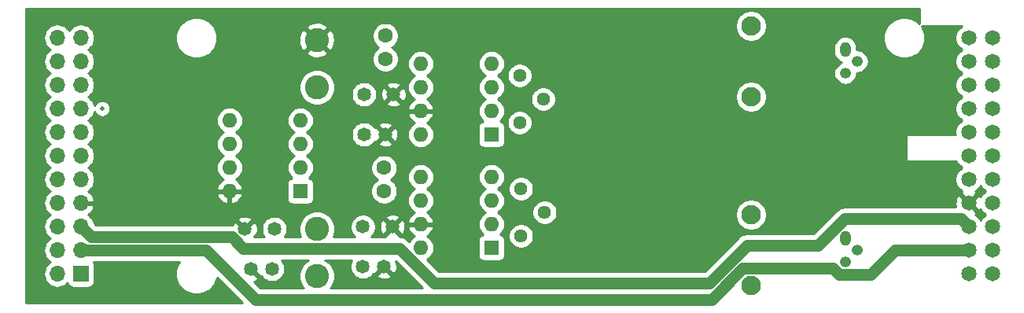
<source format=gbr>
G04 #@! TF.GenerationSoftware,KiCad,Pcbnew,(5.1.2)-1*
G04 #@! TF.CreationDate,2019-10-29T15:21:54-05:00*
G04 #@! TF.ProjectId,optical_digitizer,6f707469-6361-46c5-9f64-69676974697a,rev?*
G04 #@! TF.SameCoordinates,Original*
G04 #@! TF.FileFunction,Copper,L3,Inr*
G04 #@! TF.FilePolarity,Positive*
%FSLAX46Y46*%
G04 Gerber Fmt 4.6, Leading zero omitted, Abs format (unit mm)*
G04 Created by KiCad (PCBNEW (5.1.2)-1) date 2019-10-29 15:21:54*
%MOMM*%
%LPD*%
G04 APERTURE LIST*
%ADD10C,1.485000*%
%ADD11C,1.600000*%
%ADD12O,1.200000X1.200000*%
%ADD13O,1.200000X1.600000*%
%ADD14C,2.100000*%
%ADD15O,1.700000X1.700000*%
%ADD16R,1.700000X1.700000*%
%ADD17C,1.440000*%
%ADD18C,2.600000*%
%ADD19O,1.600000X1.600000*%
%ADD20R,1.600000X1.600000*%
%ADD21C,1.640000*%
%ADD22C,0.508000*%
%ADD23C,1.270000*%
%ADD24C,0.254000*%
G04 APERTURE END LIST*
D10*
X115570000Y-133604000D03*
X113284000Y-133604000D03*
X113284000Y-129286000D03*
X116459000Y-129286000D03*
X113157000Y-147828000D03*
X115443000Y-147828000D03*
X116332000Y-143546001D03*
X113157000Y-143546001D03*
D11*
X115570000Y-125476000D03*
X115570000Y-122976000D03*
X115443000Y-137200000D03*
X115443000Y-139700000D03*
D10*
X103378000Y-148082000D03*
X101092000Y-148082000D03*
X103632000Y-143764000D03*
X100457000Y-143764000D03*
D12*
X165100000Y-127000000D03*
X166370000Y-125730000D03*
D13*
X165100000Y-124460000D03*
D14*
X154940000Y-121920000D03*
X154940000Y-129540000D03*
X154940000Y-149860000D03*
X154940000Y-142240000D03*
D13*
X165100000Y-144780000D03*
D12*
X166370000Y-146050000D03*
X165100000Y-147320000D03*
D15*
X80264000Y-123190000D03*
X82804000Y-123190000D03*
X80264000Y-125730000D03*
X82804000Y-125730000D03*
X80264000Y-128270000D03*
X82804000Y-128270000D03*
X80264000Y-130810000D03*
X82804000Y-130810000D03*
X80264000Y-133350000D03*
X82804000Y-133350000D03*
X80264000Y-135890000D03*
X82804000Y-135890000D03*
X80264000Y-138430000D03*
X82804000Y-138430000D03*
X80264000Y-140970000D03*
X82804000Y-140970000D03*
X80264000Y-143510000D03*
X82804000Y-143510000D03*
X80264000Y-146050000D03*
X82804000Y-146050000D03*
X80264000Y-148590000D03*
D16*
X82804000Y-148590000D03*
D17*
X130048000Y-127254000D03*
X132588000Y-129794000D03*
X130048000Y-132334000D03*
X130175000Y-144526000D03*
X132715000Y-141986000D03*
X130175000Y-139446000D03*
D18*
X108204000Y-123444000D03*
X108204000Y-148844000D03*
X108204000Y-143764000D03*
X108204000Y-128524000D03*
D19*
X119380000Y-133604000D03*
X127000000Y-125984000D03*
X119380000Y-131064000D03*
X127000000Y-128524000D03*
X119380000Y-128524000D03*
X127000000Y-131064000D03*
X119380000Y-125984000D03*
D20*
X127000000Y-133604000D03*
X127000000Y-145796000D03*
D19*
X119380000Y-138176000D03*
X127000000Y-143256000D03*
X119380000Y-140716000D03*
X127000000Y-140716000D03*
X119380000Y-143256000D03*
X127000000Y-138176000D03*
X119380000Y-145796000D03*
X98806000Y-139700000D03*
X106426000Y-132080000D03*
X98806000Y-137160000D03*
X106426000Y-134620000D03*
X98806000Y-134620000D03*
X106426000Y-137160000D03*
X98806000Y-132080000D03*
D20*
X106426000Y-139700000D03*
D21*
X180912000Y-123190000D03*
X178372000Y-123190000D03*
X180912000Y-125730000D03*
X178372000Y-125730000D03*
X180912000Y-128270000D03*
X178372000Y-128270000D03*
X180912000Y-130810000D03*
X178372000Y-130810000D03*
X180912000Y-133350000D03*
X178372000Y-133350000D03*
X180912000Y-135890000D03*
X178372000Y-135890000D03*
X180912000Y-138430000D03*
X178372000Y-138430000D03*
X180912000Y-140970000D03*
X178372000Y-140970000D03*
X180912000Y-143510000D03*
X178372000Y-143510000D03*
X180912000Y-146050000D03*
X178372000Y-146050000D03*
X180912000Y-148590000D03*
X178372000Y-148590000D03*
D22*
X85090000Y-130810000D03*
D23*
X117086047Y-145851401D02*
X120840646Y-149606000D01*
X100280147Y-145851401D02*
X117086047Y-145851401D01*
X99056336Y-144627590D02*
X100280147Y-145851401D01*
X82804000Y-143510000D02*
X83921590Y-144627590D01*
X83921590Y-144627590D02*
X99056336Y-144627590D01*
X150463056Y-149606000D02*
X154527056Y-145542000D01*
X120840646Y-149606000D02*
X150463056Y-149606000D01*
X177552001Y-142690001D02*
X178372000Y-143510000D01*
X165027905Y-142690001D02*
X177552001Y-142690001D01*
X162175906Y-145542000D02*
X165027905Y-142690001D01*
X154527056Y-145542000D02*
X162175906Y-145542000D01*
X94742000Y-146050000D02*
X82804000Y-146050000D01*
X101577354Y-151384000D02*
X96243354Y-146050000D01*
X150696646Y-151384000D02*
X101577354Y-151384000D01*
X178372000Y-146050000D02*
X170456646Y-146050000D01*
X170456646Y-146050000D02*
X167799245Y-148707401D01*
X96243354Y-146050000D02*
X94742000Y-146050000D01*
X167799245Y-148707401D02*
X164434047Y-148707401D01*
X164434047Y-148707401D02*
X163749245Y-148022599D01*
X163749245Y-148022599D02*
X154058047Y-148022599D01*
X154058047Y-148022599D02*
X150696646Y-151384000D01*
D24*
G36*
X173092143Y-121671376D02*
G01*
X172874729Y-121453962D01*
X172508669Y-121209369D01*
X172101925Y-121040890D01*
X171670128Y-120955000D01*
X171229872Y-120955000D01*
X170798075Y-121040890D01*
X170391331Y-121209369D01*
X170025271Y-121453962D01*
X169713962Y-121765271D01*
X169469369Y-122131331D01*
X169300890Y-122538075D01*
X169215000Y-122969872D01*
X169215000Y-123410128D01*
X169300890Y-123841925D01*
X169469369Y-124248669D01*
X169713962Y-124614729D01*
X170025271Y-124926038D01*
X170391331Y-125170631D01*
X170798075Y-125339110D01*
X171229872Y-125425000D01*
X171670128Y-125425000D01*
X172101925Y-125339110D01*
X172508669Y-125170631D01*
X172874729Y-124926038D01*
X173186038Y-124614729D01*
X173430631Y-124248669D01*
X173599110Y-123841925D01*
X173685000Y-123410128D01*
X173685000Y-122969872D01*
X173599110Y-122538075D01*
X173430631Y-122131331D01*
X173295104Y-121928500D01*
X177641038Y-121928500D01*
X177444492Y-122059828D01*
X177241828Y-122262492D01*
X177082596Y-122500799D01*
X176972915Y-122765592D01*
X176917000Y-123046695D01*
X176917000Y-123333305D01*
X176972915Y-123614408D01*
X177082596Y-123879201D01*
X177241828Y-124117508D01*
X177444492Y-124320172D01*
X177653759Y-124460000D01*
X177444492Y-124599828D01*
X177241828Y-124802492D01*
X177082596Y-125040799D01*
X176972915Y-125305592D01*
X176917000Y-125586695D01*
X176917000Y-125873305D01*
X176972915Y-126154408D01*
X177082596Y-126419201D01*
X177241828Y-126657508D01*
X177444492Y-126860172D01*
X177653759Y-127000000D01*
X177444492Y-127139828D01*
X177241828Y-127342492D01*
X177082596Y-127580799D01*
X176972915Y-127845592D01*
X176917000Y-128126695D01*
X176917000Y-128413305D01*
X176972915Y-128694408D01*
X177082596Y-128959201D01*
X177241828Y-129197508D01*
X177444492Y-129400172D01*
X177653759Y-129540000D01*
X177444492Y-129679828D01*
X177241828Y-129882492D01*
X177082596Y-130120799D01*
X176972915Y-130385592D01*
X176917000Y-130666695D01*
X176917000Y-130953305D01*
X176972915Y-131234408D01*
X177082596Y-131499201D01*
X177241828Y-131737508D01*
X177444492Y-131940172D01*
X177653759Y-132080000D01*
X177444492Y-132219828D01*
X177241828Y-132422492D01*
X177082596Y-132660799D01*
X176972915Y-132925592D01*
X176917000Y-133206695D01*
X176917000Y-133493305D01*
X176945682Y-133637500D01*
X171599952Y-133637500D01*
X171599952Y-136457500D01*
X177032186Y-136457500D01*
X177082596Y-136579201D01*
X177241828Y-136817508D01*
X177444492Y-137020172D01*
X177653759Y-137160000D01*
X177444492Y-137299828D01*
X177241828Y-137502492D01*
X177082596Y-137740799D01*
X176972915Y-138005592D01*
X176917000Y-138286695D01*
X176917000Y-138573305D01*
X176972915Y-138854408D01*
X177082596Y-139119201D01*
X177241828Y-139357508D01*
X177444492Y-139560172D01*
X177652286Y-139699016D01*
X177618627Y-139717007D01*
X177544624Y-139963018D01*
X178372000Y-140790395D01*
X179199376Y-139963018D01*
X179125373Y-139717007D01*
X179089951Y-139700194D01*
X179299508Y-139560172D01*
X179502172Y-139357508D01*
X179642000Y-139148241D01*
X179781828Y-139357508D01*
X179984492Y-139560172D01*
X180193759Y-139700000D01*
X179984492Y-139839828D01*
X179781828Y-140042492D01*
X179642984Y-140250286D01*
X179624993Y-140216627D01*
X179378982Y-140142624D01*
X178551605Y-140970000D01*
X179378982Y-141797376D01*
X179624993Y-141723373D01*
X179641806Y-141687951D01*
X179781828Y-141897508D01*
X179984492Y-142100172D01*
X180193759Y-142240000D01*
X179984492Y-142379828D01*
X179781828Y-142582492D01*
X179642000Y-142791759D01*
X179502172Y-142582492D01*
X179299508Y-142379828D01*
X179091714Y-142240984D01*
X179125373Y-142222993D01*
X179199376Y-141976982D01*
X178372000Y-141149605D01*
X178357858Y-141163748D01*
X178178253Y-140984143D01*
X178192395Y-140970000D01*
X177365018Y-140142624D01*
X177119007Y-140216627D01*
X176996107Y-140475550D01*
X176926083Y-140753474D01*
X176911624Y-141039719D01*
X176953286Y-141323285D01*
X176987740Y-141420001D01*
X165090285Y-141420001D01*
X165027905Y-141413857D01*
X164965525Y-141420001D01*
X164778942Y-141438378D01*
X164539546Y-141510998D01*
X164318917Y-141628926D01*
X164223991Y-141706830D01*
X164173988Y-141747866D01*
X164173987Y-141747867D01*
X164125535Y-141787631D01*
X164085773Y-141836081D01*
X161649856Y-144272000D01*
X154589429Y-144272000D01*
X154527056Y-144265857D01*
X154464683Y-144272000D01*
X154464676Y-144272000D01*
X154301403Y-144288081D01*
X154278092Y-144290377D01*
X154152685Y-144328419D01*
X154038697Y-144362997D01*
X153818068Y-144480925D01*
X153624686Y-144639630D01*
X153584921Y-144688084D01*
X149937006Y-148336000D01*
X121366698Y-148336000D01*
X120079784Y-147049087D01*
X120181101Y-146994932D01*
X120399608Y-146815608D01*
X120578932Y-146597101D01*
X120712182Y-146347808D01*
X120794236Y-146077309D01*
X120821943Y-145796000D01*
X120794236Y-145514691D01*
X120712182Y-145244192D01*
X120578932Y-144994899D01*
X120399608Y-144776392D01*
X120181101Y-144597068D01*
X120043318Y-144523421D01*
X120235131Y-144408385D01*
X120443519Y-144219414D01*
X120611037Y-143993420D01*
X120731246Y-143739087D01*
X120771904Y-143605039D01*
X120649915Y-143383000D01*
X119507000Y-143383000D01*
X119507000Y-143403000D01*
X119253000Y-143403000D01*
X119253000Y-143383000D01*
X118110085Y-143383000D01*
X117988096Y-143605039D01*
X118028754Y-143739087D01*
X118148963Y-143993420D01*
X118316481Y-144219414D01*
X118524869Y-144408385D01*
X118716682Y-144523421D01*
X118578899Y-144597068D01*
X118360392Y-144776392D01*
X118181068Y-144994899D01*
X118126913Y-145096217D01*
X118028187Y-144997491D01*
X117988417Y-144949031D01*
X117795035Y-144790326D01*
X117574406Y-144672398D01*
X117335010Y-144599778D01*
X117148427Y-144581401D01*
X117148420Y-144581401D01*
X117086047Y-144575258D01*
X117082881Y-144575570D01*
X117104030Y-144497637D01*
X116332000Y-143725606D01*
X115559970Y-144497637D01*
X115582702Y-144581401D01*
X114069679Y-144581401D01*
X114226974Y-144424106D01*
X114377725Y-144198492D01*
X114481563Y-143947803D01*
X114534500Y-143681673D01*
X114534500Y-143618791D01*
X114949752Y-143618791D01*
X114990512Y-143887055D01*
X115082824Y-144142213D01*
X115142262Y-144253415D01*
X115380364Y-144318031D01*
X116152395Y-143546001D01*
X116511605Y-143546001D01*
X117283636Y-144318031D01*
X117521738Y-144253415D01*
X117636886Y-144007716D01*
X117701889Y-143744274D01*
X117714248Y-143473211D01*
X117673488Y-143204947D01*
X117581176Y-142949789D01*
X117521738Y-142838587D01*
X117283636Y-142773971D01*
X116511605Y-143546001D01*
X116152395Y-143546001D01*
X115380364Y-142773971D01*
X115142262Y-142838587D01*
X115027114Y-143084286D01*
X114962111Y-143347728D01*
X114949752Y-143618791D01*
X114534500Y-143618791D01*
X114534500Y-143410329D01*
X114481563Y-143144199D01*
X114377725Y-142893510D01*
X114226974Y-142667896D01*
X114153443Y-142594365D01*
X115559970Y-142594365D01*
X116332000Y-143366396D01*
X117104030Y-142594365D01*
X117039414Y-142356263D01*
X116793715Y-142241115D01*
X116530273Y-142176112D01*
X116259210Y-142163753D01*
X115990946Y-142204513D01*
X115735788Y-142296825D01*
X115624586Y-142356263D01*
X115559970Y-142594365D01*
X114153443Y-142594365D01*
X114035105Y-142476027D01*
X113809491Y-142325276D01*
X113558802Y-142221438D01*
X113292672Y-142168501D01*
X113021328Y-142168501D01*
X112755198Y-142221438D01*
X112504509Y-142325276D01*
X112278895Y-142476027D01*
X112087026Y-142667896D01*
X111936275Y-142893510D01*
X111832437Y-143144199D01*
X111779500Y-143410329D01*
X111779500Y-143681673D01*
X111832437Y-143947803D01*
X111936275Y-144198492D01*
X112087026Y-144424106D01*
X112244321Y-144581401D01*
X109959850Y-144581401D01*
X110064639Y-144328419D01*
X110139000Y-143954581D01*
X110139000Y-143573419D01*
X110064639Y-143199581D01*
X109918775Y-142847434D01*
X109707013Y-142530509D01*
X109437491Y-142260987D01*
X109120566Y-142049225D01*
X108768419Y-141903361D01*
X108394581Y-141829000D01*
X108013419Y-141829000D01*
X107639581Y-141903361D01*
X107287434Y-142049225D01*
X106970509Y-142260987D01*
X106700987Y-142530509D01*
X106489225Y-142847434D01*
X106343361Y-143199581D01*
X106269000Y-143573419D01*
X106269000Y-143954581D01*
X106343361Y-144328419D01*
X106448150Y-144581401D01*
X104742535Y-144581401D01*
X104852725Y-144416491D01*
X104956563Y-144165802D01*
X105009500Y-143899672D01*
X105009500Y-143628328D01*
X104956563Y-143362198D01*
X104852725Y-143111509D01*
X104701974Y-142885895D01*
X104510105Y-142694026D01*
X104284491Y-142543275D01*
X104033802Y-142439437D01*
X103767672Y-142386500D01*
X103496328Y-142386500D01*
X103230198Y-142439437D01*
X102979509Y-142543275D01*
X102753895Y-142694026D01*
X102562026Y-142885895D01*
X102411275Y-143111509D01*
X102307437Y-143362198D01*
X102254500Y-143628328D01*
X102254500Y-143899672D01*
X102307437Y-144165802D01*
X102411275Y-144416491D01*
X102521465Y-144581401D01*
X101454009Y-144581401D01*
X101408638Y-144536030D01*
X101646738Y-144471414D01*
X101761886Y-144225715D01*
X101826889Y-143962273D01*
X101839248Y-143691210D01*
X101798488Y-143422946D01*
X101706176Y-143167788D01*
X101646738Y-143056586D01*
X101408636Y-142991970D01*
X100636605Y-143764000D01*
X100650748Y-143778142D01*
X100471142Y-143957748D01*
X100457000Y-143943605D01*
X100442858Y-143957748D01*
X100263252Y-143778142D01*
X100277395Y-143764000D01*
X99505364Y-142991970D01*
X99267262Y-143056586D01*
X99152114Y-143302285D01*
X99137999Y-143359489D01*
X99118716Y-143357590D01*
X99118709Y-143357590D01*
X99056336Y-143351447D01*
X98993963Y-143357590D01*
X84447641Y-143357590D01*
X84249474Y-143159424D01*
X84182599Y-142938966D01*
X84114929Y-142812364D01*
X99684970Y-142812364D01*
X100457000Y-143584395D01*
X101229030Y-142812364D01*
X101164414Y-142574262D01*
X100918715Y-142459114D01*
X100655273Y-142394111D01*
X100384210Y-142381752D01*
X100115946Y-142422512D01*
X99860788Y-142514824D01*
X99749586Y-142574262D01*
X99684970Y-142812364D01*
X84114929Y-142812364D01*
X84044706Y-142680986D01*
X83859134Y-142454866D01*
X83633014Y-142269294D01*
X83568477Y-142234799D01*
X83685355Y-142165178D01*
X83901588Y-141970269D01*
X84075641Y-141736920D01*
X84200825Y-141474099D01*
X84245476Y-141326890D01*
X84124155Y-141097000D01*
X82931000Y-141097000D01*
X82931000Y-141117000D01*
X82677000Y-141117000D01*
X82677000Y-141097000D01*
X82657000Y-141097000D01*
X82657000Y-140843000D01*
X82677000Y-140843000D01*
X82677000Y-140823000D01*
X82931000Y-140823000D01*
X82931000Y-140843000D01*
X84124155Y-140843000D01*
X84245476Y-140613110D01*
X84200825Y-140465901D01*
X84075641Y-140203080D01*
X83960744Y-140049039D01*
X97414096Y-140049039D01*
X97454754Y-140183087D01*
X97574963Y-140437420D01*
X97742481Y-140663414D01*
X97950869Y-140852385D01*
X98192119Y-140997070D01*
X98456960Y-141091909D01*
X98679000Y-140970624D01*
X98679000Y-139827000D01*
X98933000Y-139827000D01*
X98933000Y-140970624D01*
X99155040Y-141091909D01*
X99419881Y-140997070D01*
X99661131Y-140852385D01*
X99869519Y-140663414D01*
X100037037Y-140437420D01*
X100157246Y-140183087D01*
X100197904Y-140049039D01*
X100075915Y-139827000D01*
X98933000Y-139827000D01*
X98679000Y-139827000D01*
X97536085Y-139827000D01*
X97414096Y-140049039D01*
X83960744Y-140049039D01*
X83901588Y-139969731D01*
X83685355Y-139774822D01*
X83568477Y-139705201D01*
X83633014Y-139670706D01*
X83859134Y-139485134D01*
X84044706Y-139259014D01*
X84182599Y-139001034D01*
X84267513Y-138721111D01*
X84296185Y-138430000D01*
X84267513Y-138138889D01*
X84182599Y-137858966D01*
X84044706Y-137600986D01*
X83859134Y-137374866D01*
X83633014Y-137189294D01*
X83578209Y-137160000D01*
X83633014Y-137130706D01*
X83859134Y-136945134D01*
X84044706Y-136719014D01*
X84182599Y-136461034D01*
X84267513Y-136181111D01*
X84296185Y-135890000D01*
X84267513Y-135598889D01*
X84182599Y-135318966D01*
X84044706Y-135060986D01*
X83859134Y-134834866D01*
X83633014Y-134649294D01*
X83578209Y-134620000D01*
X83633014Y-134590706D01*
X83859134Y-134405134D01*
X84044706Y-134179014D01*
X84182599Y-133921034D01*
X84267513Y-133641111D01*
X84296185Y-133350000D01*
X84267513Y-133058889D01*
X84182599Y-132778966D01*
X84044706Y-132520986D01*
X83859134Y-132294866D01*
X83633014Y-132109294D01*
X83578209Y-132080000D01*
X97364057Y-132080000D01*
X97391764Y-132361309D01*
X97473818Y-132631808D01*
X97607068Y-132881101D01*
X97786392Y-133099608D01*
X98004899Y-133278932D01*
X98137858Y-133350000D01*
X98004899Y-133421068D01*
X97786392Y-133600392D01*
X97607068Y-133818899D01*
X97473818Y-134068192D01*
X97391764Y-134338691D01*
X97364057Y-134620000D01*
X97391764Y-134901309D01*
X97473818Y-135171808D01*
X97607068Y-135421101D01*
X97786392Y-135639608D01*
X98004899Y-135818932D01*
X98137858Y-135890000D01*
X98004899Y-135961068D01*
X97786392Y-136140392D01*
X97607068Y-136358899D01*
X97473818Y-136608192D01*
X97391764Y-136878691D01*
X97364057Y-137160000D01*
X97391764Y-137441309D01*
X97473818Y-137711808D01*
X97607068Y-137961101D01*
X97786392Y-138179608D01*
X98004899Y-138358932D01*
X98142682Y-138432579D01*
X97950869Y-138547615D01*
X97742481Y-138736586D01*
X97574963Y-138962580D01*
X97454754Y-139216913D01*
X97414096Y-139350961D01*
X97536085Y-139573000D01*
X98679000Y-139573000D01*
X98679000Y-139553000D01*
X98933000Y-139553000D01*
X98933000Y-139573000D01*
X100075915Y-139573000D01*
X100197904Y-139350961D01*
X100157246Y-139216913D01*
X100037037Y-138962580D01*
X99869519Y-138736586D01*
X99661131Y-138547615D01*
X99469318Y-138432579D01*
X99607101Y-138358932D01*
X99825608Y-138179608D01*
X100004932Y-137961101D01*
X100138182Y-137711808D01*
X100220236Y-137441309D01*
X100247943Y-137160000D01*
X100220236Y-136878691D01*
X100138182Y-136608192D01*
X100004932Y-136358899D01*
X99825608Y-136140392D01*
X99607101Y-135961068D01*
X99474142Y-135890000D01*
X99607101Y-135818932D01*
X99825608Y-135639608D01*
X100004932Y-135421101D01*
X100138182Y-135171808D01*
X100220236Y-134901309D01*
X100247943Y-134620000D01*
X100220236Y-134338691D01*
X100138182Y-134068192D01*
X100004932Y-133818899D01*
X99825608Y-133600392D01*
X99607101Y-133421068D01*
X99474142Y-133350000D01*
X99607101Y-133278932D01*
X99825608Y-133099608D01*
X100004932Y-132881101D01*
X100138182Y-132631808D01*
X100220236Y-132361309D01*
X100247943Y-132080000D01*
X104984057Y-132080000D01*
X105011764Y-132361309D01*
X105093818Y-132631808D01*
X105227068Y-132881101D01*
X105406392Y-133099608D01*
X105624899Y-133278932D01*
X105757858Y-133350000D01*
X105624899Y-133421068D01*
X105406392Y-133600392D01*
X105227068Y-133818899D01*
X105093818Y-134068192D01*
X105011764Y-134338691D01*
X104984057Y-134620000D01*
X105011764Y-134901309D01*
X105093818Y-135171808D01*
X105227068Y-135421101D01*
X105406392Y-135639608D01*
X105624899Y-135818932D01*
X105757858Y-135890000D01*
X105624899Y-135961068D01*
X105406392Y-136140392D01*
X105227068Y-136358899D01*
X105093818Y-136608192D01*
X105011764Y-136878691D01*
X104984057Y-137160000D01*
X105011764Y-137441309D01*
X105093818Y-137711808D01*
X105227068Y-137961101D01*
X105406392Y-138179608D01*
X105519482Y-138272419D01*
X105501518Y-138274188D01*
X105381820Y-138310498D01*
X105271506Y-138369463D01*
X105174815Y-138448815D01*
X105095463Y-138545506D01*
X105036498Y-138655820D01*
X105000188Y-138775518D01*
X104987928Y-138900000D01*
X104987928Y-140500000D01*
X105000188Y-140624482D01*
X105036498Y-140744180D01*
X105095463Y-140854494D01*
X105174815Y-140951185D01*
X105271506Y-141030537D01*
X105381820Y-141089502D01*
X105501518Y-141125812D01*
X105626000Y-141138072D01*
X107226000Y-141138072D01*
X107350482Y-141125812D01*
X107470180Y-141089502D01*
X107580494Y-141030537D01*
X107677185Y-140951185D01*
X107756537Y-140854494D01*
X107815502Y-140744180D01*
X107851812Y-140624482D01*
X107864072Y-140500000D01*
X107864072Y-138900000D01*
X107851812Y-138775518D01*
X107815502Y-138655820D01*
X107756537Y-138545506D01*
X107677185Y-138448815D01*
X107580494Y-138369463D01*
X107470180Y-138310498D01*
X107350482Y-138274188D01*
X107332518Y-138272419D01*
X107445608Y-138179608D01*
X107624932Y-137961101D01*
X107758182Y-137711808D01*
X107840236Y-137441309D01*
X107867943Y-137160000D01*
X107857963Y-137058665D01*
X114008000Y-137058665D01*
X114008000Y-137341335D01*
X114063147Y-137618574D01*
X114171320Y-137879727D01*
X114328363Y-138114759D01*
X114528241Y-138314637D01*
X114730827Y-138450000D01*
X114528241Y-138585363D01*
X114328363Y-138785241D01*
X114171320Y-139020273D01*
X114063147Y-139281426D01*
X114008000Y-139558665D01*
X114008000Y-139841335D01*
X114063147Y-140118574D01*
X114171320Y-140379727D01*
X114328363Y-140614759D01*
X114528241Y-140814637D01*
X114763273Y-140971680D01*
X115024426Y-141079853D01*
X115301665Y-141135000D01*
X115584335Y-141135000D01*
X115861574Y-141079853D01*
X116122727Y-140971680D01*
X116357759Y-140814637D01*
X116557637Y-140614759D01*
X116714680Y-140379727D01*
X116822853Y-140118574D01*
X116878000Y-139841335D01*
X116878000Y-139558665D01*
X116822853Y-139281426D01*
X116714680Y-139020273D01*
X116557637Y-138785241D01*
X116357759Y-138585363D01*
X116155173Y-138450000D01*
X116357759Y-138314637D01*
X116496396Y-138176000D01*
X117938057Y-138176000D01*
X117965764Y-138457309D01*
X118047818Y-138727808D01*
X118181068Y-138977101D01*
X118360392Y-139195608D01*
X118578899Y-139374932D01*
X118711858Y-139446000D01*
X118578899Y-139517068D01*
X118360392Y-139696392D01*
X118181068Y-139914899D01*
X118047818Y-140164192D01*
X117965764Y-140434691D01*
X117938057Y-140716000D01*
X117965764Y-140997309D01*
X118047818Y-141267808D01*
X118181068Y-141517101D01*
X118360392Y-141735608D01*
X118578899Y-141914932D01*
X118716682Y-141988579D01*
X118524869Y-142103615D01*
X118316481Y-142292586D01*
X118148963Y-142518580D01*
X118028754Y-142772913D01*
X117988096Y-142906961D01*
X118110085Y-143129000D01*
X119253000Y-143129000D01*
X119253000Y-143109000D01*
X119507000Y-143109000D01*
X119507000Y-143129000D01*
X120649915Y-143129000D01*
X120771904Y-142906961D01*
X120731246Y-142772913D01*
X120611037Y-142518580D01*
X120443519Y-142292586D01*
X120235131Y-142103615D01*
X120043318Y-141988579D01*
X120181101Y-141914932D01*
X120399608Y-141735608D01*
X120578932Y-141517101D01*
X120712182Y-141267808D01*
X120794236Y-140997309D01*
X120821943Y-140716000D01*
X120794236Y-140434691D01*
X120712182Y-140164192D01*
X120578932Y-139914899D01*
X120399608Y-139696392D01*
X120181101Y-139517068D01*
X120048142Y-139446000D01*
X120181101Y-139374932D01*
X120399608Y-139195608D01*
X120578932Y-138977101D01*
X120712182Y-138727808D01*
X120794236Y-138457309D01*
X120821943Y-138176000D01*
X125558057Y-138176000D01*
X125585764Y-138457309D01*
X125667818Y-138727808D01*
X125801068Y-138977101D01*
X125980392Y-139195608D01*
X126198899Y-139374932D01*
X126331858Y-139446000D01*
X126198899Y-139517068D01*
X125980392Y-139696392D01*
X125801068Y-139914899D01*
X125667818Y-140164192D01*
X125585764Y-140434691D01*
X125558057Y-140716000D01*
X125585764Y-140997309D01*
X125667818Y-141267808D01*
X125801068Y-141517101D01*
X125980392Y-141735608D01*
X126198899Y-141914932D01*
X126331858Y-141986000D01*
X126198899Y-142057068D01*
X125980392Y-142236392D01*
X125801068Y-142454899D01*
X125667818Y-142704192D01*
X125585764Y-142974691D01*
X125558057Y-143256000D01*
X125585764Y-143537309D01*
X125667818Y-143807808D01*
X125801068Y-144057101D01*
X125980392Y-144275608D01*
X126093482Y-144368419D01*
X126075518Y-144370188D01*
X125955820Y-144406498D01*
X125845506Y-144465463D01*
X125748815Y-144544815D01*
X125669463Y-144641506D01*
X125610498Y-144751820D01*
X125574188Y-144871518D01*
X125561928Y-144996000D01*
X125561928Y-146596000D01*
X125574188Y-146720482D01*
X125610498Y-146840180D01*
X125669463Y-146950494D01*
X125748815Y-147047185D01*
X125845506Y-147126537D01*
X125955820Y-147185502D01*
X126075518Y-147221812D01*
X126200000Y-147234072D01*
X127800000Y-147234072D01*
X127924482Y-147221812D01*
X128044180Y-147185502D01*
X128154494Y-147126537D01*
X128251185Y-147047185D01*
X128330537Y-146950494D01*
X128389502Y-146840180D01*
X128425812Y-146720482D01*
X128438072Y-146596000D01*
X128438072Y-144996000D01*
X128425812Y-144871518D01*
X128389502Y-144751820D01*
X128330537Y-144641506D01*
X128251185Y-144544815D01*
X128154494Y-144465463D01*
X128044180Y-144406498D01*
X127998180Y-144392544D01*
X128820000Y-144392544D01*
X128820000Y-144659456D01*
X128872072Y-144921239D01*
X128974215Y-145167833D01*
X129122503Y-145389762D01*
X129311238Y-145578497D01*
X129533167Y-145726785D01*
X129779761Y-145828928D01*
X130041544Y-145881000D01*
X130308456Y-145881000D01*
X130570239Y-145828928D01*
X130816833Y-145726785D01*
X131038762Y-145578497D01*
X131227497Y-145389762D01*
X131375785Y-145167833D01*
X131477928Y-144921239D01*
X131530000Y-144659456D01*
X131530000Y-144392544D01*
X131477928Y-144130761D01*
X131375785Y-143884167D01*
X131227497Y-143662238D01*
X131038762Y-143473503D01*
X130816833Y-143325215D01*
X130570239Y-143223072D01*
X130308456Y-143171000D01*
X130041544Y-143171000D01*
X129779761Y-143223072D01*
X129533167Y-143325215D01*
X129311238Y-143473503D01*
X129122503Y-143662238D01*
X128974215Y-143884167D01*
X128872072Y-144130761D01*
X128820000Y-144392544D01*
X127998180Y-144392544D01*
X127924482Y-144370188D01*
X127906518Y-144368419D01*
X128019608Y-144275608D01*
X128198932Y-144057101D01*
X128332182Y-143807808D01*
X128414236Y-143537309D01*
X128441943Y-143256000D01*
X128414236Y-142974691D01*
X128332182Y-142704192D01*
X128198932Y-142454899D01*
X128019608Y-142236392D01*
X127801101Y-142057068D01*
X127668142Y-141986000D01*
X127801101Y-141914932D01*
X127877121Y-141852544D01*
X131360000Y-141852544D01*
X131360000Y-142119456D01*
X131412072Y-142381239D01*
X131514215Y-142627833D01*
X131662503Y-142849762D01*
X131851238Y-143038497D01*
X132073167Y-143186785D01*
X132319761Y-143288928D01*
X132581544Y-143341000D01*
X132848456Y-143341000D01*
X133110239Y-143288928D01*
X133356833Y-143186785D01*
X133578762Y-143038497D01*
X133767497Y-142849762D01*
X133915785Y-142627833D01*
X134017928Y-142381239D01*
X134070000Y-142119456D01*
X134070000Y-142074042D01*
X153255000Y-142074042D01*
X153255000Y-142405958D01*
X153319754Y-142731496D01*
X153446772Y-143038147D01*
X153631175Y-143314125D01*
X153865875Y-143548825D01*
X154141853Y-143733228D01*
X154448504Y-143860246D01*
X154774042Y-143925000D01*
X155105958Y-143925000D01*
X155431496Y-143860246D01*
X155738147Y-143733228D01*
X156014125Y-143548825D01*
X156248825Y-143314125D01*
X156433228Y-143038147D01*
X156560246Y-142731496D01*
X156625000Y-142405958D01*
X156625000Y-142074042D01*
X156560246Y-141748504D01*
X156433228Y-141441853D01*
X156248825Y-141165875D01*
X156014125Y-140931175D01*
X155738147Y-140746772D01*
X155431496Y-140619754D01*
X155105958Y-140555000D01*
X154774042Y-140555000D01*
X154448504Y-140619754D01*
X154141853Y-140746772D01*
X153865875Y-140931175D01*
X153631175Y-141165875D01*
X153446772Y-141441853D01*
X153319754Y-141748504D01*
X153255000Y-142074042D01*
X134070000Y-142074042D01*
X134070000Y-141852544D01*
X134017928Y-141590761D01*
X133915785Y-141344167D01*
X133767497Y-141122238D01*
X133578762Y-140933503D01*
X133356833Y-140785215D01*
X133110239Y-140683072D01*
X132848456Y-140631000D01*
X132581544Y-140631000D01*
X132319761Y-140683072D01*
X132073167Y-140785215D01*
X131851238Y-140933503D01*
X131662503Y-141122238D01*
X131514215Y-141344167D01*
X131412072Y-141590761D01*
X131360000Y-141852544D01*
X127877121Y-141852544D01*
X128019608Y-141735608D01*
X128198932Y-141517101D01*
X128332182Y-141267808D01*
X128414236Y-140997309D01*
X128441943Y-140716000D01*
X128414236Y-140434691D01*
X128332182Y-140164192D01*
X128198932Y-139914899D01*
X128019608Y-139696392D01*
X127801101Y-139517068D01*
X127668142Y-139446000D01*
X127801101Y-139374932D01*
X127877121Y-139312544D01*
X128820000Y-139312544D01*
X128820000Y-139579456D01*
X128872072Y-139841239D01*
X128974215Y-140087833D01*
X129122503Y-140309762D01*
X129311238Y-140498497D01*
X129533167Y-140646785D01*
X129779761Y-140748928D01*
X130041544Y-140801000D01*
X130308456Y-140801000D01*
X130570239Y-140748928D01*
X130816833Y-140646785D01*
X131038762Y-140498497D01*
X131227497Y-140309762D01*
X131375785Y-140087833D01*
X131477928Y-139841239D01*
X131530000Y-139579456D01*
X131530000Y-139312544D01*
X131477928Y-139050761D01*
X131375785Y-138804167D01*
X131227497Y-138582238D01*
X131038762Y-138393503D01*
X130816833Y-138245215D01*
X130570239Y-138143072D01*
X130308456Y-138091000D01*
X130041544Y-138091000D01*
X129779761Y-138143072D01*
X129533167Y-138245215D01*
X129311238Y-138393503D01*
X129122503Y-138582238D01*
X128974215Y-138804167D01*
X128872072Y-139050761D01*
X128820000Y-139312544D01*
X127877121Y-139312544D01*
X128019608Y-139195608D01*
X128198932Y-138977101D01*
X128332182Y-138727808D01*
X128414236Y-138457309D01*
X128441943Y-138176000D01*
X128414236Y-137894691D01*
X128332182Y-137624192D01*
X128198932Y-137374899D01*
X128019608Y-137156392D01*
X127801101Y-136977068D01*
X127551808Y-136843818D01*
X127281309Y-136761764D01*
X127070492Y-136741000D01*
X126929508Y-136741000D01*
X126718691Y-136761764D01*
X126448192Y-136843818D01*
X126198899Y-136977068D01*
X125980392Y-137156392D01*
X125801068Y-137374899D01*
X125667818Y-137624192D01*
X125585764Y-137894691D01*
X125558057Y-138176000D01*
X120821943Y-138176000D01*
X120794236Y-137894691D01*
X120712182Y-137624192D01*
X120578932Y-137374899D01*
X120399608Y-137156392D01*
X120181101Y-136977068D01*
X119931808Y-136843818D01*
X119661309Y-136761764D01*
X119450492Y-136741000D01*
X119309508Y-136741000D01*
X119098691Y-136761764D01*
X118828192Y-136843818D01*
X118578899Y-136977068D01*
X118360392Y-137156392D01*
X118181068Y-137374899D01*
X118047818Y-137624192D01*
X117965764Y-137894691D01*
X117938057Y-138176000D01*
X116496396Y-138176000D01*
X116557637Y-138114759D01*
X116714680Y-137879727D01*
X116822853Y-137618574D01*
X116878000Y-137341335D01*
X116878000Y-137058665D01*
X116822853Y-136781426D01*
X116714680Y-136520273D01*
X116557637Y-136285241D01*
X116357759Y-136085363D01*
X116122727Y-135928320D01*
X115861574Y-135820147D01*
X115584335Y-135765000D01*
X115301665Y-135765000D01*
X115024426Y-135820147D01*
X114763273Y-135928320D01*
X114528241Y-136085363D01*
X114328363Y-136285241D01*
X114171320Y-136520273D01*
X114063147Y-136781426D01*
X114008000Y-137058665D01*
X107857963Y-137058665D01*
X107840236Y-136878691D01*
X107758182Y-136608192D01*
X107624932Y-136358899D01*
X107445608Y-136140392D01*
X107227101Y-135961068D01*
X107094142Y-135890000D01*
X107227101Y-135818932D01*
X107445608Y-135639608D01*
X107624932Y-135421101D01*
X107758182Y-135171808D01*
X107840236Y-134901309D01*
X107867943Y-134620000D01*
X107840236Y-134338691D01*
X107758182Y-134068192D01*
X107624932Y-133818899D01*
X107445608Y-133600392D01*
X107284688Y-133468328D01*
X111906500Y-133468328D01*
X111906500Y-133739672D01*
X111959437Y-134005802D01*
X112063275Y-134256491D01*
X112214026Y-134482105D01*
X112405895Y-134673974D01*
X112631509Y-134824725D01*
X112882198Y-134928563D01*
X113148328Y-134981500D01*
X113419672Y-134981500D01*
X113685802Y-134928563D01*
X113936491Y-134824725D01*
X114162105Y-134673974D01*
X114280443Y-134555636D01*
X114797970Y-134555636D01*
X114862586Y-134793738D01*
X115108285Y-134908886D01*
X115371727Y-134973889D01*
X115642790Y-134986248D01*
X115911054Y-134945488D01*
X116166212Y-134853176D01*
X116277414Y-134793738D01*
X116342030Y-134555636D01*
X115570000Y-133783605D01*
X114797970Y-134555636D01*
X114280443Y-134555636D01*
X114353974Y-134482105D01*
X114454555Y-134331576D01*
X114618364Y-134376030D01*
X115390395Y-133604000D01*
X115749605Y-133604000D01*
X116521636Y-134376030D01*
X116759738Y-134311414D01*
X116874886Y-134065715D01*
X116939889Y-133802273D01*
X116948929Y-133604000D01*
X117938057Y-133604000D01*
X117965764Y-133885309D01*
X118047818Y-134155808D01*
X118181068Y-134405101D01*
X118360392Y-134623608D01*
X118578899Y-134802932D01*
X118828192Y-134936182D01*
X119098691Y-135018236D01*
X119309508Y-135039000D01*
X119450492Y-135039000D01*
X119661309Y-135018236D01*
X119931808Y-134936182D01*
X120181101Y-134802932D01*
X120399608Y-134623608D01*
X120578932Y-134405101D01*
X120712182Y-134155808D01*
X120794236Y-133885309D01*
X120821943Y-133604000D01*
X120794236Y-133322691D01*
X120712182Y-133052192D01*
X120578932Y-132802899D01*
X120399608Y-132584392D01*
X120181101Y-132405068D01*
X120043318Y-132331421D01*
X120235131Y-132216385D01*
X120443519Y-132027414D01*
X120611037Y-131801420D01*
X120731246Y-131547087D01*
X120771904Y-131413039D01*
X120649915Y-131191000D01*
X119507000Y-131191000D01*
X119507000Y-131211000D01*
X119253000Y-131211000D01*
X119253000Y-131191000D01*
X118110085Y-131191000D01*
X117988096Y-131413039D01*
X118028754Y-131547087D01*
X118148963Y-131801420D01*
X118316481Y-132027414D01*
X118524869Y-132216385D01*
X118716682Y-132331421D01*
X118578899Y-132405068D01*
X118360392Y-132584392D01*
X118181068Y-132802899D01*
X118047818Y-133052192D01*
X117965764Y-133322691D01*
X117938057Y-133604000D01*
X116948929Y-133604000D01*
X116952248Y-133531210D01*
X116911488Y-133262946D01*
X116819176Y-133007788D01*
X116759738Y-132896586D01*
X116521636Y-132831970D01*
X115749605Y-133604000D01*
X115390395Y-133604000D01*
X114618364Y-132831970D01*
X114454555Y-132876424D01*
X114353974Y-132725895D01*
X114280443Y-132652364D01*
X114797970Y-132652364D01*
X115570000Y-133424395D01*
X116342030Y-132652364D01*
X116277414Y-132414262D01*
X116031715Y-132299114D01*
X115768273Y-132234111D01*
X115497210Y-132221752D01*
X115228946Y-132262512D01*
X114973788Y-132354824D01*
X114862586Y-132414262D01*
X114797970Y-132652364D01*
X114280443Y-132652364D01*
X114162105Y-132534026D01*
X113936491Y-132383275D01*
X113685802Y-132279437D01*
X113419672Y-132226500D01*
X113148328Y-132226500D01*
X112882198Y-132279437D01*
X112631509Y-132383275D01*
X112405895Y-132534026D01*
X112214026Y-132725895D01*
X112063275Y-132951509D01*
X111959437Y-133202198D01*
X111906500Y-133468328D01*
X107284688Y-133468328D01*
X107227101Y-133421068D01*
X107094142Y-133350000D01*
X107227101Y-133278932D01*
X107445608Y-133099608D01*
X107624932Y-132881101D01*
X107758182Y-132631808D01*
X107840236Y-132361309D01*
X107867943Y-132080000D01*
X107840236Y-131798691D01*
X107758182Y-131528192D01*
X107624932Y-131278899D01*
X107445608Y-131060392D01*
X107227101Y-130881068D01*
X106977808Y-130747818D01*
X106707309Y-130665764D01*
X106496492Y-130645000D01*
X106355508Y-130645000D01*
X106144691Y-130665764D01*
X105874192Y-130747818D01*
X105624899Y-130881068D01*
X105406392Y-131060392D01*
X105227068Y-131278899D01*
X105093818Y-131528192D01*
X105011764Y-131798691D01*
X104984057Y-132080000D01*
X100247943Y-132080000D01*
X100220236Y-131798691D01*
X100138182Y-131528192D01*
X100004932Y-131278899D01*
X99825608Y-131060392D01*
X99607101Y-130881068D01*
X99357808Y-130747818D01*
X99087309Y-130665764D01*
X98876492Y-130645000D01*
X98735508Y-130645000D01*
X98524691Y-130665764D01*
X98254192Y-130747818D01*
X98004899Y-130881068D01*
X97786392Y-131060392D01*
X97607068Y-131278899D01*
X97473818Y-131528192D01*
X97391764Y-131798691D01*
X97364057Y-132080000D01*
X83578209Y-132080000D01*
X83633014Y-132050706D01*
X83859134Y-131865134D01*
X84044706Y-131639014D01*
X84182599Y-131381034D01*
X84259406Y-131127837D01*
X84302179Y-131231099D01*
X84399469Y-131376704D01*
X84523296Y-131500531D01*
X84668901Y-131597821D01*
X84830688Y-131664836D01*
X85002441Y-131699000D01*
X85177559Y-131699000D01*
X85349312Y-131664836D01*
X85511099Y-131597821D01*
X85656704Y-131500531D01*
X85780531Y-131376704D01*
X85877821Y-131231099D01*
X85944836Y-131069312D01*
X85979000Y-130897559D01*
X85979000Y-130722441D01*
X85944836Y-130550688D01*
X85877821Y-130388901D01*
X85780531Y-130243296D01*
X85656704Y-130119469D01*
X85511099Y-130022179D01*
X85349312Y-129955164D01*
X85177559Y-129921000D01*
X85002441Y-129921000D01*
X84830688Y-129955164D01*
X84668901Y-130022179D01*
X84523296Y-130119469D01*
X84399469Y-130243296D01*
X84302179Y-130388901D01*
X84259406Y-130492163D01*
X84182599Y-130238966D01*
X84044706Y-129980986D01*
X83859134Y-129754866D01*
X83633014Y-129569294D01*
X83578209Y-129540000D01*
X83633014Y-129510706D01*
X83859134Y-129325134D01*
X84044706Y-129099014D01*
X84182599Y-128841034D01*
X84267513Y-128561111D01*
X84289938Y-128333419D01*
X106269000Y-128333419D01*
X106269000Y-128714581D01*
X106343361Y-129088419D01*
X106489225Y-129440566D01*
X106700987Y-129757491D01*
X106970509Y-130027013D01*
X107287434Y-130238775D01*
X107639581Y-130384639D01*
X108013419Y-130459000D01*
X108394581Y-130459000D01*
X108768419Y-130384639D01*
X109120566Y-130238775D01*
X109437491Y-130027013D01*
X109707013Y-129757491D01*
X109918775Y-129440566D01*
X110038995Y-129150328D01*
X111906500Y-129150328D01*
X111906500Y-129421672D01*
X111959437Y-129687802D01*
X112063275Y-129938491D01*
X112214026Y-130164105D01*
X112405895Y-130355974D01*
X112631509Y-130506725D01*
X112882198Y-130610563D01*
X113148328Y-130663500D01*
X113419672Y-130663500D01*
X113685802Y-130610563D01*
X113936491Y-130506725D01*
X114162105Y-130355974D01*
X114280443Y-130237636D01*
X115686970Y-130237636D01*
X115751586Y-130475738D01*
X115997285Y-130590886D01*
X116260727Y-130655889D01*
X116531790Y-130668248D01*
X116800054Y-130627488D01*
X117055212Y-130535176D01*
X117166414Y-130475738D01*
X117231030Y-130237636D01*
X116459000Y-129465605D01*
X115686970Y-130237636D01*
X114280443Y-130237636D01*
X114353974Y-130164105D01*
X114504725Y-129938491D01*
X114608563Y-129687802D01*
X114661500Y-129421672D01*
X114661500Y-129358790D01*
X115076752Y-129358790D01*
X115117512Y-129627054D01*
X115209824Y-129882212D01*
X115269262Y-129993414D01*
X115507364Y-130058030D01*
X116279395Y-129286000D01*
X116638605Y-129286000D01*
X117410636Y-130058030D01*
X117648738Y-129993414D01*
X117763886Y-129747715D01*
X117828889Y-129484273D01*
X117841248Y-129213210D01*
X117800488Y-128944946D01*
X117708176Y-128689788D01*
X117648738Y-128578586D01*
X117410636Y-128513970D01*
X116638605Y-129286000D01*
X116279395Y-129286000D01*
X115507364Y-128513970D01*
X115269262Y-128578586D01*
X115154114Y-128824285D01*
X115089111Y-129087727D01*
X115076752Y-129358790D01*
X114661500Y-129358790D01*
X114661500Y-129150328D01*
X114608563Y-128884198D01*
X114504725Y-128633509D01*
X114353974Y-128407895D01*
X114280443Y-128334364D01*
X115686970Y-128334364D01*
X116459000Y-129106395D01*
X117231030Y-128334364D01*
X117166414Y-128096262D01*
X116920715Y-127981114D01*
X116657273Y-127916111D01*
X116386210Y-127903752D01*
X116117946Y-127944512D01*
X115862788Y-128036824D01*
X115751586Y-128096262D01*
X115686970Y-128334364D01*
X114280443Y-128334364D01*
X114162105Y-128216026D01*
X113936491Y-128065275D01*
X113685802Y-127961437D01*
X113419672Y-127908500D01*
X113148328Y-127908500D01*
X112882198Y-127961437D01*
X112631509Y-128065275D01*
X112405895Y-128216026D01*
X112214026Y-128407895D01*
X112063275Y-128633509D01*
X111959437Y-128884198D01*
X111906500Y-129150328D01*
X110038995Y-129150328D01*
X110064639Y-129088419D01*
X110139000Y-128714581D01*
X110139000Y-128333419D01*
X110064639Y-127959581D01*
X109918775Y-127607434D01*
X109707013Y-127290509D01*
X109437491Y-127020987D01*
X109120566Y-126809225D01*
X108768419Y-126663361D01*
X108394581Y-126589000D01*
X108013419Y-126589000D01*
X107639581Y-126663361D01*
X107287434Y-126809225D01*
X106970509Y-127020987D01*
X106700987Y-127290509D01*
X106489225Y-127607434D01*
X106343361Y-127959581D01*
X106269000Y-128333419D01*
X84289938Y-128333419D01*
X84296185Y-128270000D01*
X84267513Y-127978889D01*
X84182599Y-127698966D01*
X84044706Y-127440986D01*
X83859134Y-127214866D01*
X83633014Y-127029294D01*
X83578209Y-127000000D01*
X83633014Y-126970706D01*
X83859134Y-126785134D01*
X84044706Y-126559014D01*
X84182599Y-126301034D01*
X84267513Y-126021111D01*
X84296185Y-125730000D01*
X84267513Y-125438889D01*
X84182599Y-125158966D01*
X84044706Y-124900986D01*
X83859134Y-124674866D01*
X83633014Y-124489294D01*
X83578209Y-124460000D01*
X83633014Y-124430706D01*
X83859134Y-124245134D01*
X84044706Y-124019014D01*
X84182599Y-123761034D01*
X84267513Y-123481111D01*
X84296185Y-123190000D01*
X84274505Y-122969872D01*
X93015000Y-122969872D01*
X93015000Y-123410128D01*
X93100890Y-123841925D01*
X93269369Y-124248669D01*
X93513962Y-124614729D01*
X93825271Y-124926038D01*
X94191331Y-125170631D01*
X94598075Y-125339110D01*
X95029872Y-125425000D01*
X95470128Y-125425000D01*
X95901925Y-125339110D01*
X96308669Y-125170631D01*
X96674729Y-124926038D01*
X96807543Y-124793224D01*
X107034381Y-124793224D01*
X107166317Y-125088312D01*
X107507045Y-125259159D01*
X107874557Y-125360250D01*
X108254729Y-125387701D01*
X108632951Y-125340457D01*
X108994690Y-125220333D01*
X109241683Y-125088312D01*
X109373619Y-124793224D01*
X108204000Y-123623605D01*
X107034381Y-124793224D01*
X96807543Y-124793224D01*
X96986038Y-124614729D01*
X97230631Y-124248669D01*
X97399110Y-123841925D01*
X97468171Y-123494729D01*
X106260299Y-123494729D01*
X106307543Y-123872951D01*
X106427667Y-124234690D01*
X106559688Y-124481683D01*
X106854776Y-124613619D01*
X108024395Y-123444000D01*
X108383605Y-123444000D01*
X109553224Y-124613619D01*
X109848312Y-124481683D01*
X110019159Y-124140955D01*
X110120250Y-123773443D01*
X110147701Y-123393271D01*
X110100457Y-123015049D01*
X110040557Y-122834665D01*
X114135000Y-122834665D01*
X114135000Y-123117335D01*
X114190147Y-123394574D01*
X114298320Y-123655727D01*
X114455363Y-123890759D01*
X114655241Y-124090637D01*
X114857827Y-124226000D01*
X114655241Y-124361363D01*
X114455363Y-124561241D01*
X114298320Y-124796273D01*
X114190147Y-125057426D01*
X114135000Y-125334665D01*
X114135000Y-125617335D01*
X114190147Y-125894574D01*
X114298320Y-126155727D01*
X114455363Y-126390759D01*
X114655241Y-126590637D01*
X114890273Y-126747680D01*
X115151426Y-126855853D01*
X115428665Y-126911000D01*
X115711335Y-126911000D01*
X115988574Y-126855853D01*
X116249727Y-126747680D01*
X116484759Y-126590637D01*
X116684637Y-126390759D01*
X116841680Y-126155727D01*
X116912811Y-125984000D01*
X117938057Y-125984000D01*
X117965764Y-126265309D01*
X118047818Y-126535808D01*
X118181068Y-126785101D01*
X118360392Y-127003608D01*
X118578899Y-127182932D01*
X118711858Y-127254000D01*
X118578899Y-127325068D01*
X118360392Y-127504392D01*
X118181068Y-127722899D01*
X118047818Y-127972192D01*
X117965764Y-128242691D01*
X117938057Y-128524000D01*
X117965764Y-128805309D01*
X118047818Y-129075808D01*
X118181068Y-129325101D01*
X118360392Y-129543608D01*
X118578899Y-129722932D01*
X118716682Y-129796579D01*
X118524869Y-129911615D01*
X118316481Y-130100586D01*
X118148963Y-130326580D01*
X118028754Y-130580913D01*
X117988096Y-130714961D01*
X118110085Y-130937000D01*
X119253000Y-130937000D01*
X119253000Y-130917000D01*
X119507000Y-130917000D01*
X119507000Y-130937000D01*
X120649915Y-130937000D01*
X120771904Y-130714961D01*
X120731246Y-130580913D01*
X120611037Y-130326580D01*
X120443519Y-130100586D01*
X120235131Y-129911615D01*
X120043318Y-129796579D01*
X120181101Y-129722932D01*
X120399608Y-129543608D01*
X120578932Y-129325101D01*
X120712182Y-129075808D01*
X120794236Y-128805309D01*
X120821943Y-128524000D01*
X120794236Y-128242691D01*
X120712182Y-127972192D01*
X120578932Y-127722899D01*
X120399608Y-127504392D01*
X120181101Y-127325068D01*
X120048142Y-127254000D01*
X120181101Y-127182932D01*
X120399608Y-127003608D01*
X120578932Y-126785101D01*
X120712182Y-126535808D01*
X120794236Y-126265309D01*
X120821943Y-125984000D01*
X125558057Y-125984000D01*
X125585764Y-126265309D01*
X125667818Y-126535808D01*
X125801068Y-126785101D01*
X125980392Y-127003608D01*
X126198899Y-127182932D01*
X126331858Y-127254000D01*
X126198899Y-127325068D01*
X125980392Y-127504392D01*
X125801068Y-127722899D01*
X125667818Y-127972192D01*
X125585764Y-128242691D01*
X125558057Y-128524000D01*
X125585764Y-128805309D01*
X125667818Y-129075808D01*
X125801068Y-129325101D01*
X125980392Y-129543608D01*
X126198899Y-129722932D01*
X126331858Y-129794000D01*
X126198899Y-129865068D01*
X125980392Y-130044392D01*
X125801068Y-130262899D01*
X125667818Y-130512192D01*
X125585764Y-130782691D01*
X125558057Y-131064000D01*
X125585764Y-131345309D01*
X125667818Y-131615808D01*
X125801068Y-131865101D01*
X125980392Y-132083608D01*
X126093482Y-132176419D01*
X126075518Y-132178188D01*
X125955820Y-132214498D01*
X125845506Y-132273463D01*
X125748815Y-132352815D01*
X125669463Y-132449506D01*
X125610498Y-132559820D01*
X125574188Y-132679518D01*
X125561928Y-132804000D01*
X125561928Y-134404000D01*
X125574188Y-134528482D01*
X125610498Y-134648180D01*
X125669463Y-134758494D01*
X125748815Y-134855185D01*
X125845506Y-134934537D01*
X125955820Y-134993502D01*
X126075518Y-135029812D01*
X126200000Y-135042072D01*
X127800000Y-135042072D01*
X127924482Y-135029812D01*
X128044180Y-134993502D01*
X128154494Y-134934537D01*
X128251185Y-134855185D01*
X128330537Y-134758494D01*
X128389502Y-134648180D01*
X128425812Y-134528482D01*
X128438072Y-134404000D01*
X128438072Y-132804000D01*
X128425812Y-132679518D01*
X128389502Y-132559820D01*
X128330537Y-132449506D01*
X128251185Y-132352815D01*
X128154494Y-132273463D01*
X128044180Y-132214498D01*
X127998180Y-132200544D01*
X128693000Y-132200544D01*
X128693000Y-132467456D01*
X128745072Y-132729239D01*
X128847215Y-132975833D01*
X128995503Y-133197762D01*
X129184238Y-133386497D01*
X129406167Y-133534785D01*
X129652761Y-133636928D01*
X129914544Y-133689000D01*
X130181456Y-133689000D01*
X130443239Y-133636928D01*
X130689833Y-133534785D01*
X130911762Y-133386497D01*
X131100497Y-133197762D01*
X131248785Y-132975833D01*
X131350928Y-132729239D01*
X131403000Y-132467456D01*
X131403000Y-132200544D01*
X131350928Y-131938761D01*
X131248785Y-131692167D01*
X131100497Y-131470238D01*
X130911762Y-131281503D01*
X130689833Y-131133215D01*
X130443239Y-131031072D01*
X130181456Y-130979000D01*
X129914544Y-130979000D01*
X129652761Y-131031072D01*
X129406167Y-131133215D01*
X129184238Y-131281503D01*
X128995503Y-131470238D01*
X128847215Y-131692167D01*
X128745072Y-131938761D01*
X128693000Y-132200544D01*
X127998180Y-132200544D01*
X127924482Y-132178188D01*
X127906518Y-132176419D01*
X128019608Y-132083608D01*
X128198932Y-131865101D01*
X128332182Y-131615808D01*
X128414236Y-131345309D01*
X128441943Y-131064000D01*
X128414236Y-130782691D01*
X128332182Y-130512192D01*
X128198932Y-130262899D01*
X128019608Y-130044392D01*
X127801101Y-129865068D01*
X127668142Y-129794000D01*
X127801101Y-129722932D01*
X127877121Y-129660544D01*
X131233000Y-129660544D01*
X131233000Y-129927456D01*
X131285072Y-130189239D01*
X131387215Y-130435833D01*
X131535503Y-130657762D01*
X131724238Y-130846497D01*
X131946167Y-130994785D01*
X132192761Y-131096928D01*
X132454544Y-131149000D01*
X132721456Y-131149000D01*
X132983239Y-131096928D01*
X133229833Y-130994785D01*
X133451762Y-130846497D01*
X133640497Y-130657762D01*
X133788785Y-130435833D01*
X133890928Y-130189239D01*
X133943000Y-129927456D01*
X133943000Y-129660544D01*
X133890928Y-129398761D01*
X133880690Y-129374042D01*
X153255000Y-129374042D01*
X153255000Y-129705958D01*
X153319754Y-130031496D01*
X153446772Y-130338147D01*
X153631175Y-130614125D01*
X153865875Y-130848825D01*
X154141853Y-131033228D01*
X154448504Y-131160246D01*
X154774042Y-131225000D01*
X155105958Y-131225000D01*
X155431496Y-131160246D01*
X155738147Y-131033228D01*
X156014125Y-130848825D01*
X156248825Y-130614125D01*
X156433228Y-130338147D01*
X156560246Y-130031496D01*
X156625000Y-129705958D01*
X156625000Y-129374042D01*
X156560246Y-129048504D01*
X156433228Y-128741853D01*
X156248825Y-128465875D01*
X156014125Y-128231175D01*
X155738147Y-128046772D01*
X155431496Y-127919754D01*
X155105958Y-127855000D01*
X154774042Y-127855000D01*
X154448504Y-127919754D01*
X154141853Y-128046772D01*
X153865875Y-128231175D01*
X153631175Y-128465875D01*
X153446772Y-128741853D01*
X153319754Y-129048504D01*
X153255000Y-129374042D01*
X133880690Y-129374042D01*
X133788785Y-129152167D01*
X133640497Y-128930238D01*
X133451762Y-128741503D01*
X133229833Y-128593215D01*
X132983239Y-128491072D01*
X132721456Y-128439000D01*
X132454544Y-128439000D01*
X132192761Y-128491072D01*
X131946167Y-128593215D01*
X131724238Y-128741503D01*
X131535503Y-128930238D01*
X131387215Y-129152167D01*
X131285072Y-129398761D01*
X131233000Y-129660544D01*
X127877121Y-129660544D01*
X128019608Y-129543608D01*
X128198932Y-129325101D01*
X128332182Y-129075808D01*
X128414236Y-128805309D01*
X128441943Y-128524000D01*
X128414236Y-128242691D01*
X128332182Y-127972192D01*
X128198932Y-127722899D01*
X128019608Y-127504392D01*
X127801101Y-127325068D01*
X127668142Y-127254000D01*
X127801101Y-127182932D01*
X127877121Y-127120544D01*
X128693000Y-127120544D01*
X128693000Y-127387456D01*
X128745072Y-127649239D01*
X128847215Y-127895833D01*
X128995503Y-128117762D01*
X129184238Y-128306497D01*
X129406167Y-128454785D01*
X129652761Y-128556928D01*
X129914544Y-128609000D01*
X130181456Y-128609000D01*
X130443239Y-128556928D01*
X130689833Y-128454785D01*
X130911762Y-128306497D01*
X131100497Y-128117762D01*
X131248785Y-127895833D01*
X131350928Y-127649239D01*
X131403000Y-127387456D01*
X131403000Y-127120544D01*
X131379023Y-127000000D01*
X163859025Y-127000000D01*
X163882870Y-127242102D01*
X163953489Y-127474901D01*
X164068167Y-127689449D01*
X164222498Y-127877502D01*
X164410551Y-128031833D01*
X164625099Y-128146511D01*
X164857898Y-128217130D01*
X165039335Y-128235000D01*
X165160665Y-128235000D01*
X165342102Y-128217130D01*
X165574901Y-128146511D01*
X165789449Y-128031833D01*
X165977502Y-127877502D01*
X166131833Y-127689449D01*
X166246511Y-127474901D01*
X166317130Y-127242102D01*
X166340975Y-127000000D01*
X166337528Y-126965000D01*
X166430665Y-126965000D01*
X166612102Y-126947130D01*
X166844901Y-126876511D01*
X167059449Y-126761833D01*
X167247502Y-126607502D01*
X167401833Y-126419449D01*
X167516511Y-126204901D01*
X167587130Y-125972102D01*
X167610975Y-125730000D01*
X167587130Y-125487898D01*
X167516511Y-125255099D01*
X167401833Y-125040551D01*
X167247502Y-124852498D01*
X167059449Y-124698167D01*
X166844901Y-124583489D01*
X166612102Y-124512870D01*
X166430665Y-124495000D01*
X166335000Y-124495000D01*
X166335000Y-124199336D01*
X166317130Y-124017899D01*
X166246511Y-123785100D01*
X166131833Y-123570551D01*
X165977502Y-123382498D01*
X165789449Y-123228167D01*
X165574901Y-123113489D01*
X165342102Y-123042870D01*
X165100000Y-123019025D01*
X164857899Y-123042870D01*
X164625100Y-123113489D01*
X164410552Y-123228167D01*
X164222499Y-123382498D01*
X164068168Y-123570551D01*
X163953489Y-123785099D01*
X163882870Y-124017898D01*
X163865000Y-124199335D01*
X163865000Y-124720664D01*
X163882870Y-124902101D01*
X163953489Y-125134900D01*
X164068167Y-125349448D01*
X164222498Y-125537502D01*
X164410551Y-125691833D01*
X164625099Y-125806511D01*
X164702532Y-125830000D01*
X164625099Y-125853489D01*
X164410551Y-125968167D01*
X164222498Y-126122498D01*
X164068167Y-126310551D01*
X163953489Y-126525099D01*
X163882870Y-126757898D01*
X163859025Y-127000000D01*
X131379023Y-127000000D01*
X131350928Y-126858761D01*
X131248785Y-126612167D01*
X131100497Y-126390238D01*
X130911762Y-126201503D01*
X130689833Y-126053215D01*
X130443239Y-125951072D01*
X130181456Y-125899000D01*
X129914544Y-125899000D01*
X129652761Y-125951072D01*
X129406167Y-126053215D01*
X129184238Y-126201503D01*
X128995503Y-126390238D01*
X128847215Y-126612167D01*
X128745072Y-126858761D01*
X128693000Y-127120544D01*
X127877121Y-127120544D01*
X128019608Y-127003608D01*
X128198932Y-126785101D01*
X128332182Y-126535808D01*
X128414236Y-126265309D01*
X128441943Y-125984000D01*
X128414236Y-125702691D01*
X128332182Y-125432192D01*
X128198932Y-125182899D01*
X128019608Y-124964392D01*
X127801101Y-124785068D01*
X127551808Y-124651818D01*
X127281309Y-124569764D01*
X127070492Y-124549000D01*
X126929508Y-124549000D01*
X126718691Y-124569764D01*
X126448192Y-124651818D01*
X126198899Y-124785068D01*
X125980392Y-124964392D01*
X125801068Y-125182899D01*
X125667818Y-125432192D01*
X125585764Y-125702691D01*
X125558057Y-125984000D01*
X120821943Y-125984000D01*
X120794236Y-125702691D01*
X120712182Y-125432192D01*
X120578932Y-125182899D01*
X120399608Y-124964392D01*
X120181101Y-124785068D01*
X119931808Y-124651818D01*
X119661309Y-124569764D01*
X119450492Y-124549000D01*
X119309508Y-124549000D01*
X119098691Y-124569764D01*
X118828192Y-124651818D01*
X118578899Y-124785068D01*
X118360392Y-124964392D01*
X118181068Y-125182899D01*
X118047818Y-125432192D01*
X117965764Y-125702691D01*
X117938057Y-125984000D01*
X116912811Y-125984000D01*
X116949853Y-125894574D01*
X117005000Y-125617335D01*
X117005000Y-125334665D01*
X116949853Y-125057426D01*
X116841680Y-124796273D01*
X116684637Y-124561241D01*
X116484759Y-124361363D01*
X116282173Y-124226000D01*
X116484759Y-124090637D01*
X116684637Y-123890759D01*
X116841680Y-123655727D01*
X116949853Y-123394574D01*
X117005000Y-123117335D01*
X117005000Y-122834665D01*
X116949853Y-122557426D01*
X116841680Y-122296273D01*
X116684637Y-122061241D01*
X116484759Y-121861363D01*
X116324142Y-121754042D01*
X153255000Y-121754042D01*
X153255000Y-122085958D01*
X153319754Y-122411496D01*
X153446772Y-122718147D01*
X153631175Y-122994125D01*
X153865875Y-123228825D01*
X154141853Y-123413228D01*
X154448504Y-123540246D01*
X154774042Y-123605000D01*
X155105958Y-123605000D01*
X155431496Y-123540246D01*
X155738147Y-123413228D01*
X156014125Y-123228825D01*
X156248825Y-122994125D01*
X156433228Y-122718147D01*
X156560246Y-122411496D01*
X156625000Y-122085958D01*
X156625000Y-121754042D01*
X156560246Y-121428504D01*
X156433228Y-121121853D01*
X156248825Y-120845875D01*
X156014125Y-120611175D01*
X155738147Y-120426772D01*
X155431496Y-120299754D01*
X155105958Y-120235000D01*
X154774042Y-120235000D01*
X154448504Y-120299754D01*
X154141853Y-120426772D01*
X153865875Y-120611175D01*
X153631175Y-120845875D01*
X153446772Y-121121853D01*
X153319754Y-121428504D01*
X153255000Y-121754042D01*
X116324142Y-121754042D01*
X116249727Y-121704320D01*
X115988574Y-121596147D01*
X115711335Y-121541000D01*
X115428665Y-121541000D01*
X115151426Y-121596147D01*
X114890273Y-121704320D01*
X114655241Y-121861363D01*
X114455363Y-122061241D01*
X114298320Y-122296273D01*
X114190147Y-122557426D01*
X114135000Y-122834665D01*
X110040557Y-122834665D01*
X109980333Y-122653310D01*
X109848312Y-122406317D01*
X109553224Y-122274381D01*
X108383605Y-123444000D01*
X108024395Y-123444000D01*
X106854776Y-122274381D01*
X106559688Y-122406317D01*
X106388841Y-122747045D01*
X106287750Y-123114557D01*
X106260299Y-123494729D01*
X97468171Y-123494729D01*
X97485000Y-123410128D01*
X97485000Y-122969872D01*
X97399110Y-122538075D01*
X97230631Y-122131331D01*
X97206206Y-122094776D01*
X107034381Y-122094776D01*
X108204000Y-123264395D01*
X109373619Y-122094776D01*
X109241683Y-121799688D01*
X108900955Y-121628841D01*
X108533443Y-121527750D01*
X108153271Y-121500299D01*
X107775049Y-121547543D01*
X107413310Y-121667667D01*
X107166317Y-121799688D01*
X107034381Y-122094776D01*
X97206206Y-122094776D01*
X96986038Y-121765271D01*
X96674729Y-121453962D01*
X96308669Y-121209369D01*
X95901925Y-121040890D01*
X95470128Y-120955000D01*
X95029872Y-120955000D01*
X94598075Y-121040890D01*
X94191331Y-121209369D01*
X93825271Y-121453962D01*
X93513962Y-121765271D01*
X93269369Y-122131331D01*
X93100890Y-122538075D01*
X93015000Y-122969872D01*
X84274505Y-122969872D01*
X84267513Y-122898889D01*
X84182599Y-122618966D01*
X84044706Y-122360986D01*
X83859134Y-122134866D01*
X83633014Y-121949294D01*
X83375034Y-121811401D01*
X83095111Y-121726487D01*
X82876950Y-121705000D01*
X82731050Y-121705000D01*
X82512889Y-121726487D01*
X82232966Y-121811401D01*
X81974986Y-121949294D01*
X81748866Y-122134866D01*
X81563294Y-122360986D01*
X81534000Y-122415791D01*
X81504706Y-122360986D01*
X81319134Y-122134866D01*
X81093014Y-121949294D01*
X80835034Y-121811401D01*
X80555111Y-121726487D01*
X80336950Y-121705000D01*
X80191050Y-121705000D01*
X79972889Y-121726487D01*
X79692966Y-121811401D01*
X79434986Y-121949294D01*
X79208866Y-122134866D01*
X79023294Y-122360986D01*
X78885401Y-122618966D01*
X78800487Y-122898889D01*
X78771815Y-123190000D01*
X78800487Y-123481111D01*
X78885401Y-123761034D01*
X79023294Y-124019014D01*
X79208866Y-124245134D01*
X79434986Y-124430706D01*
X79489791Y-124460000D01*
X79434986Y-124489294D01*
X79208866Y-124674866D01*
X79023294Y-124900986D01*
X78885401Y-125158966D01*
X78800487Y-125438889D01*
X78771815Y-125730000D01*
X78800487Y-126021111D01*
X78885401Y-126301034D01*
X79023294Y-126559014D01*
X79208866Y-126785134D01*
X79434986Y-126970706D01*
X79489791Y-127000000D01*
X79434986Y-127029294D01*
X79208866Y-127214866D01*
X79023294Y-127440986D01*
X78885401Y-127698966D01*
X78800487Y-127978889D01*
X78771815Y-128270000D01*
X78800487Y-128561111D01*
X78885401Y-128841034D01*
X79023294Y-129099014D01*
X79208866Y-129325134D01*
X79434986Y-129510706D01*
X79489791Y-129540000D01*
X79434986Y-129569294D01*
X79208866Y-129754866D01*
X79023294Y-129980986D01*
X78885401Y-130238966D01*
X78800487Y-130518889D01*
X78771815Y-130810000D01*
X78800487Y-131101111D01*
X78885401Y-131381034D01*
X79023294Y-131639014D01*
X79208866Y-131865134D01*
X79434986Y-132050706D01*
X79489791Y-132080000D01*
X79434986Y-132109294D01*
X79208866Y-132294866D01*
X79023294Y-132520986D01*
X78885401Y-132778966D01*
X78800487Y-133058889D01*
X78771815Y-133350000D01*
X78800487Y-133641111D01*
X78885401Y-133921034D01*
X79023294Y-134179014D01*
X79208866Y-134405134D01*
X79434986Y-134590706D01*
X79489791Y-134620000D01*
X79434986Y-134649294D01*
X79208866Y-134834866D01*
X79023294Y-135060986D01*
X78885401Y-135318966D01*
X78800487Y-135598889D01*
X78771815Y-135890000D01*
X78800487Y-136181111D01*
X78885401Y-136461034D01*
X79023294Y-136719014D01*
X79208866Y-136945134D01*
X79434986Y-137130706D01*
X79489791Y-137160000D01*
X79434986Y-137189294D01*
X79208866Y-137374866D01*
X79023294Y-137600986D01*
X78885401Y-137858966D01*
X78800487Y-138138889D01*
X78771815Y-138430000D01*
X78800487Y-138721111D01*
X78885401Y-139001034D01*
X79023294Y-139259014D01*
X79208866Y-139485134D01*
X79434986Y-139670706D01*
X79489791Y-139700000D01*
X79434986Y-139729294D01*
X79208866Y-139914866D01*
X79023294Y-140140986D01*
X78885401Y-140398966D01*
X78800487Y-140678889D01*
X78771815Y-140970000D01*
X78800487Y-141261111D01*
X78885401Y-141541034D01*
X79023294Y-141799014D01*
X79208866Y-142025134D01*
X79434986Y-142210706D01*
X79489791Y-142240000D01*
X79434986Y-142269294D01*
X79208866Y-142454866D01*
X79023294Y-142680986D01*
X78885401Y-142938966D01*
X78800487Y-143218889D01*
X78771815Y-143510000D01*
X78800487Y-143801111D01*
X78885401Y-144081034D01*
X79023294Y-144339014D01*
X79208866Y-144565134D01*
X79434986Y-144750706D01*
X79489791Y-144780000D01*
X79434986Y-144809294D01*
X79208866Y-144994866D01*
X79023294Y-145220986D01*
X78885401Y-145478966D01*
X78800487Y-145758889D01*
X78771815Y-146050000D01*
X78800487Y-146341111D01*
X78885401Y-146621034D01*
X79023294Y-146879014D01*
X79208866Y-147105134D01*
X79434986Y-147290706D01*
X79489791Y-147320000D01*
X79434986Y-147349294D01*
X79208866Y-147534866D01*
X79023294Y-147760986D01*
X78885401Y-148018966D01*
X78800487Y-148298889D01*
X78771815Y-148590000D01*
X78800487Y-148881111D01*
X78885401Y-149161034D01*
X79023294Y-149419014D01*
X79208866Y-149645134D01*
X79434986Y-149830706D01*
X79692966Y-149968599D01*
X79972889Y-150053513D01*
X80191050Y-150075000D01*
X80336950Y-150075000D01*
X80555111Y-150053513D01*
X80835034Y-149968599D01*
X81093014Y-149830706D01*
X81319134Y-149645134D01*
X81343607Y-149615313D01*
X81364498Y-149684180D01*
X81423463Y-149794494D01*
X81502815Y-149891185D01*
X81599506Y-149970537D01*
X81709820Y-150029502D01*
X81829518Y-150065812D01*
X81954000Y-150078072D01*
X83654000Y-150078072D01*
X83778482Y-150065812D01*
X83898180Y-150029502D01*
X84008494Y-149970537D01*
X84105185Y-149891185D01*
X84184537Y-149794494D01*
X84243502Y-149684180D01*
X84279812Y-149564482D01*
X84292072Y-149440000D01*
X84292072Y-147740000D01*
X84279812Y-147615518D01*
X84243502Y-147495820D01*
X84184537Y-147385506D01*
X84130778Y-147320000D01*
X93410576Y-147320000D01*
X93269369Y-147531331D01*
X93100890Y-147938075D01*
X93015000Y-148369872D01*
X93015000Y-148810128D01*
X93100890Y-149241925D01*
X93269369Y-149648669D01*
X93513962Y-150014729D01*
X93825271Y-150326038D01*
X94191331Y-150570631D01*
X94598075Y-150739110D01*
X95029872Y-150825000D01*
X95470128Y-150825000D01*
X95901925Y-150739110D01*
X96308669Y-150570631D01*
X96674729Y-150326038D01*
X96986038Y-150014729D01*
X97230631Y-149648669D01*
X97399110Y-149241925D01*
X97438948Y-149041645D01*
X100149603Y-151752300D01*
X76847700Y-151752300D01*
X76847700Y-120027700D01*
X173092143Y-120027700D01*
X173092143Y-121671376D01*
X173092143Y-121671376D01*
G37*
X173092143Y-121671376D02*
X172874729Y-121453962D01*
X172508669Y-121209369D01*
X172101925Y-121040890D01*
X171670128Y-120955000D01*
X171229872Y-120955000D01*
X170798075Y-121040890D01*
X170391331Y-121209369D01*
X170025271Y-121453962D01*
X169713962Y-121765271D01*
X169469369Y-122131331D01*
X169300890Y-122538075D01*
X169215000Y-122969872D01*
X169215000Y-123410128D01*
X169300890Y-123841925D01*
X169469369Y-124248669D01*
X169713962Y-124614729D01*
X170025271Y-124926038D01*
X170391331Y-125170631D01*
X170798075Y-125339110D01*
X171229872Y-125425000D01*
X171670128Y-125425000D01*
X172101925Y-125339110D01*
X172508669Y-125170631D01*
X172874729Y-124926038D01*
X173186038Y-124614729D01*
X173430631Y-124248669D01*
X173599110Y-123841925D01*
X173685000Y-123410128D01*
X173685000Y-122969872D01*
X173599110Y-122538075D01*
X173430631Y-122131331D01*
X173295104Y-121928500D01*
X177641038Y-121928500D01*
X177444492Y-122059828D01*
X177241828Y-122262492D01*
X177082596Y-122500799D01*
X176972915Y-122765592D01*
X176917000Y-123046695D01*
X176917000Y-123333305D01*
X176972915Y-123614408D01*
X177082596Y-123879201D01*
X177241828Y-124117508D01*
X177444492Y-124320172D01*
X177653759Y-124460000D01*
X177444492Y-124599828D01*
X177241828Y-124802492D01*
X177082596Y-125040799D01*
X176972915Y-125305592D01*
X176917000Y-125586695D01*
X176917000Y-125873305D01*
X176972915Y-126154408D01*
X177082596Y-126419201D01*
X177241828Y-126657508D01*
X177444492Y-126860172D01*
X177653759Y-127000000D01*
X177444492Y-127139828D01*
X177241828Y-127342492D01*
X177082596Y-127580799D01*
X176972915Y-127845592D01*
X176917000Y-128126695D01*
X176917000Y-128413305D01*
X176972915Y-128694408D01*
X177082596Y-128959201D01*
X177241828Y-129197508D01*
X177444492Y-129400172D01*
X177653759Y-129540000D01*
X177444492Y-129679828D01*
X177241828Y-129882492D01*
X177082596Y-130120799D01*
X176972915Y-130385592D01*
X176917000Y-130666695D01*
X176917000Y-130953305D01*
X176972915Y-131234408D01*
X177082596Y-131499201D01*
X177241828Y-131737508D01*
X177444492Y-131940172D01*
X177653759Y-132080000D01*
X177444492Y-132219828D01*
X177241828Y-132422492D01*
X177082596Y-132660799D01*
X176972915Y-132925592D01*
X176917000Y-133206695D01*
X176917000Y-133493305D01*
X176945682Y-133637500D01*
X171599952Y-133637500D01*
X171599952Y-136457500D01*
X177032186Y-136457500D01*
X177082596Y-136579201D01*
X177241828Y-136817508D01*
X177444492Y-137020172D01*
X177653759Y-137160000D01*
X177444492Y-137299828D01*
X177241828Y-137502492D01*
X177082596Y-137740799D01*
X176972915Y-138005592D01*
X176917000Y-138286695D01*
X176917000Y-138573305D01*
X176972915Y-138854408D01*
X177082596Y-139119201D01*
X177241828Y-139357508D01*
X177444492Y-139560172D01*
X177652286Y-139699016D01*
X177618627Y-139717007D01*
X177544624Y-139963018D01*
X178372000Y-140790395D01*
X179199376Y-139963018D01*
X179125373Y-139717007D01*
X179089951Y-139700194D01*
X179299508Y-139560172D01*
X179502172Y-139357508D01*
X179642000Y-139148241D01*
X179781828Y-139357508D01*
X179984492Y-139560172D01*
X180193759Y-139700000D01*
X179984492Y-139839828D01*
X179781828Y-140042492D01*
X179642984Y-140250286D01*
X179624993Y-140216627D01*
X179378982Y-140142624D01*
X178551605Y-140970000D01*
X179378982Y-141797376D01*
X179624993Y-141723373D01*
X179641806Y-141687951D01*
X179781828Y-141897508D01*
X179984492Y-142100172D01*
X180193759Y-142240000D01*
X179984492Y-142379828D01*
X179781828Y-142582492D01*
X179642000Y-142791759D01*
X179502172Y-142582492D01*
X179299508Y-142379828D01*
X179091714Y-142240984D01*
X179125373Y-142222993D01*
X179199376Y-141976982D01*
X178372000Y-141149605D01*
X178357858Y-141163748D01*
X178178253Y-140984143D01*
X178192395Y-140970000D01*
X177365018Y-140142624D01*
X177119007Y-140216627D01*
X176996107Y-140475550D01*
X176926083Y-140753474D01*
X176911624Y-141039719D01*
X176953286Y-141323285D01*
X176987740Y-141420001D01*
X165090285Y-141420001D01*
X165027905Y-141413857D01*
X164965525Y-141420001D01*
X164778942Y-141438378D01*
X164539546Y-141510998D01*
X164318917Y-141628926D01*
X164223991Y-141706830D01*
X164173988Y-141747866D01*
X164173987Y-141747867D01*
X164125535Y-141787631D01*
X164085773Y-141836081D01*
X161649856Y-144272000D01*
X154589429Y-144272000D01*
X154527056Y-144265857D01*
X154464683Y-144272000D01*
X154464676Y-144272000D01*
X154301403Y-144288081D01*
X154278092Y-144290377D01*
X154152685Y-144328419D01*
X154038697Y-144362997D01*
X153818068Y-144480925D01*
X153624686Y-144639630D01*
X153584921Y-144688084D01*
X149937006Y-148336000D01*
X121366698Y-148336000D01*
X120079784Y-147049087D01*
X120181101Y-146994932D01*
X120399608Y-146815608D01*
X120578932Y-146597101D01*
X120712182Y-146347808D01*
X120794236Y-146077309D01*
X120821943Y-145796000D01*
X120794236Y-145514691D01*
X120712182Y-145244192D01*
X120578932Y-144994899D01*
X120399608Y-144776392D01*
X120181101Y-144597068D01*
X120043318Y-144523421D01*
X120235131Y-144408385D01*
X120443519Y-144219414D01*
X120611037Y-143993420D01*
X120731246Y-143739087D01*
X120771904Y-143605039D01*
X120649915Y-143383000D01*
X119507000Y-143383000D01*
X119507000Y-143403000D01*
X119253000Y-143403000D01*
X119253000Y-143383000D01*
X118110085Y-143383000D01*
X117988096Y-143605039D01*
X118028754Y-143739087D01*
X118148963Y-143993420D01*
X118316481Y-144219414D01*
X118524869Y-144408385D01*
X118716682Y-144523421D01*
X118578899Y-144597068D01*
X118360392Y-144776392D01*
X118181068Y-144994899D01*
X118126913Y-145096217D01*
X118028187Y-144997491D01*
X117988417Y-144949031D01*
X117795035Y-144790326D01*
X117574406Y-144672398D01*
X117335010Y-144599778D01*
X117148427Y-144581401D01*
X117148420Y-144581401D01*
X117086047Y-144575258D01*
X117082881Y-144575570D01*
X117104030Y-144497637D01*
X116332000Y-143725606D01*
X115559970Y-144497637D01*
X115582702Y-144581401D01*
X114069679Y-144581401D01*
X114226974Y-144424106D01*
X114377725Y-144198492D01*
X114481563Y-143947803D01*
X114534500Y-143681673D01*
X114534500Y-143618791D01*
X114949752Y-143618791D01*
X114990512Y-143887055D01*
X115082824Y-144142213D01*
X115142262Y-144253415D01*
X115380364Y-144318031D01*
X116152395Y-143546001D01*
X116511605Y-143546001D01*
X117283636Y-144318031D01*
X117521738Y-144253415D01*
X117636886Y-144007716D01*
X117701889Y-143744274D01*
X117714248Y-143473211D01*
X117673488Y-143204947D01*
X117581176Y-142949789D01*
X117521738Y-142838587D01*
X117283636Y-142773971D01*
X116511605Y-143546001D01*
X116152395Y-143546001D01*
X115380364Y-142773971D01*
X115142262Y-142838587D01*
X115027114Y-143084286D01*
X114962111Y-143347728D01*
X114949752Y-143618791D01*
X114534500Y-143618791D01*
X114534500Y-143410329D01*
X114481563Y-143144199D01*
X114377725Y-142893510D01*
X114226974Y-142667896D01*
X114153443Y-142594365D01*
X115559970Y-142594365D01*
X116332000Y-143366396D01*
X117104030Y-142594365D01*
X117039414Y-142356263D01*
X116793715Y-142241115D01*
X116530273Y-142176112D01*
X116259210Y-142163753D01*
X115990946Y-142204513D01*
X115735788Y-142296825D01*
X115624586Y-142356263D01*
X115559970Y-142594365D01*
X114153443Y-142594365D01*
X114035105Y-142476027D01*
X113809491Y-142325276D01*
X113558802Y-142221438D01*
X113292672Y-142168501D01*
X113021328Y-142168501D01*
X112755198Y-142221438D01*
X112504509Y-142325276D01*
X112278895Y-142476027D01*
X112087026Y-142667896D01*
X111936275Y-142893510D01*
X111832437Y-143144199D01*
X111779500Y-143410329D01*
X111779500Y-143681673D01*
X111832437Y-143947803D01*
X111936275Y-144198492D01*
X112087026Y-144424106D01*
X112244321Y-144581401D01*
X109959850Y-144581401D01*
X110064639Y-144328419D01*
X110139000Y-143954581D01*
X110139000Y-143573419D01*
X110064639Y-143199581D01*
X109918775Y-142847434D01*
X109707013Y-142530509D01*
X109437491Y-142260987D01*
X109120566Y-142049225D01*
X108768419Y-141903361D01*
X108394581Y-141829000D01*
X108013419Y-141829000D01*
X107639581Y-141903361D01*
X107287434Y-142049225D01*
X106970509Y-142260987D01*
X106700987Y-142530509D01*
X106489225Y-142847434D01*
X106343361Y-143199581D01*
X106269000Y-143573419D01*
X106269000Y-143954581D01*
X106343361Y-144328419D01*
X106448150Y-144581401D01*
X104742535Y-144581401D01*
X104852725Y-144416491D01*
X104956563Y-144165802D01*
X105009500Y-143899672D01*
X105009500Y-143628328D01*
X104956563Y-143362198D01*
X104852725Y-143111509D01*
X104701974Y-142885895D01*
X104510105Y-142694026D01*
X104284491Y-142543275D01*
X104033802Y-142439437D01*
X103767672Y-142386500D01*
X103496328Y-142386500D01*
X103230198Y-142439437D01*
X102979509Y-142543275D01*
X102753895Y-142694026D01*
X102562026Y-142885895D01*
X102411275Y-143111509D01*
X102307437Y-143362198D01*
X102254500Y-143628328D01*
X102254500Y-143899672D01*
X102307437Y-144165802D01*
X102411275Y-144416491D01*
X102521465Y-144581401D01*
X101454009Y-144581401D01*
X101408638Y-144536030D01*
X101646738Y-144471414D01*
X101761886Y-144225715D01*
X101826889Y-143962273D01*
X101839248Y-143691210D01*
X101798488Y-143422946D01*
X101706176Y-143167788D01*
X101646738Y-143056586D01*
X101408636Y-142991970D01*
X100636605Y-143764000D01*
X100650748Y-143778142D01*
X100471142Y-143957748D01*
X100457000Y-143943605D01*
X100442858Y-143957748D01*
X100263252Y-143778142D01*
X100277395Y-143764000D01*
X99505364Y-142991970D01*
X99267262Y-143056586D01*
X99152114Y-143302285D01*
X99137999Y-143359489D01*
X99118716Y-143357590D01*
X99118709Y-143357590D01*
X99056336Y-143351447D01*
X98993963Y-143357590D01*
X84447641Y-143357590D01*
X84249474Y-143159424D01*
X84182599Y-142938966D01*
X84114929Y-142812364D01*
X99684970Y-142812364D01*
X100457000Y-143584395D01*
X101229030Y-142812364D01*
X101164414Y-142574262D01*
X100918715Y-142459114D01*
X100655273Y-142394111D01*
X100384210Y-142381752D01*
X100115946Y-142422512D01*
X99860788Y-142514824D01*
X99749586Y-142574262D01*
X99684970Y-142812364D01*
X84114929Y-142812364D01*
X84044706Y-142680986D01*
X83859134Y-142454866D01*
X83633014Y-142269294D01*
X83568477Y-142234799D01*
X83685355Y-142165178D01*
X83901588Y-141970269D01*
X84075641Y-141736920D01*
X84200825Y-141474099D01*
X84245476Y-141326890D01*
X84124155Y-141097000D01*
X82931000Y-141097000D01*
X82931000Y-141117000D01*
X82677000Y-141117000D01*
X82677000Y-141097000D01*
X82657000Y-141097000D01*
X82657000Y-140843000D01*
X82677000Y-140843000D01*
X82677000Y-140823000D01*
X82931000Y-140823000D01*
X82931000Y-140843000D01*
X84124155Y-140843000D01*
X84245476Y-140613110D01*
X84200825Y-140465901D01*
X84075641Y-140203080D01*
X83960744Y-140049039D01*
X97414096Y-140049039D01*
X97454754Y-140183087D01*
X97574963Y-140437420D01*
X97742481Y-140663414D01*
X97950869Y-140852385D01*
X98192119Y-140997070D01*
X98456960Y-141091909D01*
X98679000Y-140970624D01*
X98679000Y-139827000D01*
X98933000Y-139827000D01*
X98933000Y-140970624D01*
X99155040Y-141091909D01*
X99419881Y-140997070D01*
X99661131Y-140852385D01*
X99869519Y-140663414D01*
X100037037Y-140437420D01*
X100157246Y-140183087D01*
X100197904Y-140049039D01*
X100075915Y-139827000D01*
X98933000Y-139827000D01*
X98679000Y-139827000D01*
X97536085Y-139827000D01*
X97414096Y-140049039D01*
X83960744Y-140049039D01*
X83901588Y-139969731D01*
X83685355Y-139774822D01*
X83568477Y-139705201D01*
X83633014Y-139670706D01*
X83859134Y-139485134D01*
X84044706Y-139259014D01*
X84182599Y-139001034D01*
X84267513Y-138721111D01*
X84296185Y-138430000D01*
X84267513Y-138138889D01*
X84182599Y-137858966D01*
X84044706Y-137600986D01*
X83859134Y-137374866D01*
X83633014Y-137189294D01*
X83578209Y-137160000D01*
X83633014Y-137130706D01*
X83859134Y-136945134D01*
X84044706Y-136719014D01*
X84182599Y-136461034D01*
X84267513Y-136181111D01*
X84296185Y-135890000D01*
X84267513Y-135598889D01*
X84182599Y-135318966D01*
X84044706Y-135060986D01*
X83859134Y-134834866D01*
X83633014Y-134649294D01*
X83578209Y-134620000D01*
X83633014Y-134590706D01*
X83859134Y-134405134D01*
X84044706Y-134179014D01*
X84182599Y-133921034D01*
X84267513Y-133641111D01*
X84296185Y-133350000D01*
X84267513Y-133058889D01*
X84182599Y-132778966D01*
X84044706Y-132520986D01*
X83859134Y-132294866D01*
X83633014Y-132109294D01*
X83578209Y-132080000D01*
X97364057Y-132080000D01*
X97391764Y-132361309D01*
X97473818Y-132631808D01*
X97607068Y-132881101D01*
X97786392Y-133099608D01*
X98004899Y-133278932D01*
X98137858Y-133350000D01*
X98004899Y-133421068D01*
X97786392Y-133600392D01*
X97607068Y-133818899D01*
X97473818Y-134068192D01*
X97391764Y-134338691D01*
X97364057Y-134620000D01*
X97391764Y-134901309D01*
X97473818Y-135171808D01*
X97607068Y-135421101D01*
X97786392Y-135639608D01*
X98004899Y-135818932D01*
X98137858Y-135890000D01*
X98004899Y-135961068D01*
X97786392Y-136140392D01*
X97607068Y-136358899D01*
X97473818Y-136608192D01*
X97391764Y-136878691D01*
X97364057Y-137160000D01*
X97391764Y-137441309D01*
X97473818Y-137711808D01*
X97607068Y-137961101D01*
X97786392Y-138179608D01*
X98004899Y-138358932D01*
X98142682Y-138432579D01*
X97950869Y-138547615D01*
X97742481Y-138736586D01*
X97574963Y-138962580D01*
X97454754Y-139216913D01*
X97414096Y-139350961D01*
X97536085Y-139573000D01*
X98679000Y-139573000D01*
X98679000Y-139553000D01*
X98933000Y-139553000D01*
X98933000Y-139573000D01*
X100075915Y-139573000D01*
X100197904Y-139350961D01*
X100157246Y-139216913D01*
X100037037Y-138962580D01*
X99869519Y-138736586D01*
X99661131Y-138547615D01*
X99469318Y-138432579D01*
X99607101Y-138358932D01*
X99825608Y-138179608D01*
X100004932Y-137961101D01*
X100138182Y-137711808D01*
X100220236Y-137441309D01*
X100247943Y-137160000D01*
X100220236Y-136878691D01*
X100138182Y-136608192D01*
X100004932Y-136358899D01*
X99825608Y-136140392D01*
X99607101Y-135961068D01*
X99474142Y-135890000D01*
X99607101Y-135818932D01*
X99825608Y-135639608D01*
X100004932Y-135421101D01*
X100138182Y-135171808D01*
X100220236Y-134901309D01*
X100247943Y-134620000D01*
X100220236Y-134338691D01*
X100138182Y-134068192D01*
X100004932Y-133818899D01*
X99825608Y-133600392D01*
X99607101Y-133421068D01*
X99474142Y-133350000D01*
X99607101Y-133278932D01*
X99825608Y-133099608D01*
X100004932Y-132881101D01*
X100138182Y-132631808D01*
X100220236Y-132361309D01*
X100247943Y-132080000D01*
X104984057Y-132080000D01*
X105011764Y-132361309D01*
X105093818Y-132631808D01*
X105227068Y-132881101D01*
X105406392Y-133099608D01*
X105624899Y-133278932D01*
X105757858Y-133350000D01*
X105624899Y-133421068D01*
X105406392Y-133600392D01*
X105227068Y-133818899D01*
X105093818Y-134068192D01*
X105011764Y-134338691D01*
X104984057Y-134620000D01*
X105011764Y-134901309D01*
X105093818Y-135171808D01*
X105227068Y-135421101D01*
X105406392Y-135639608D01*
X105624899Y-135818932D01*
X105757858Y-135890000D01*
X105624899Y-135961068D01*
X105406392Y-136140392D01*
X105227068Y-136358899D01*
X105093818Y-136608192D01*
X105011764Y-136878691D01*
X104984057Y-137160000D01*
X105011764Y-137441309D01*
X105093818Y-137711808D01*
X105227068Y-137961101D01*
X105406392Y-138179608D01*
X105519482Y-138272419D01*
X105501518Y-138274188D01*
X105381820Y-138310498D01*
X105271506Y-138369463D01*
X105174815Y-138448815D01*
X105095463Y-138545506D01*
X105036498Y-138655820D01*
X105000188Y-138775518D01*
X104987928Y-138900000D01*
X104987928Y-140500000D01*
X105000188Y-140624482D01*
X105036498Y-140744180D01*
X105095463Y-140854494D01*
X105174815Y-140951185D01*
X105271506Y-141030537D01*
X105381820Y-141089502D01*
X105501518Y-141125812D01*
X105626000Y-141138072D01*
X107226000Y-141138072D01*
X107350482Y-141125812D01*
X107470180Y-141089502D01*
X107580494Y-141030537D01*
X107677185Y-140951185D01*
X107756537Y-140854494D01*
X107815502Y-140744180D01*
X107851812Y-140624482D01*
X107864072Y-140500000D01*
X107864072Y-138900000D01*
X107851812Y-138775518D01*
X107815502Y-138655820D01*
X107756537Y-138545506D01*
X107677185Y-138448815D01*
X107580494Y-138369463D01*
X107470180Y-138310498D01*
X107350482Y-138274188D01*
X107332518Y-138272419D01*
X107445608Y-138179608D01*
X107624932Y-137961101D01*
X107758182Y-137711808D01*
X107840236Y-137441309D01*
X107867943Y-137160000D01*
X107857963Y-137058665D01*
X114008000Y-137058665D01*
X114008000Y-137341335D01*
X114063147Y-137618574D01*
X114171320Y-137879727D01*
X114328363Y-138114759D01*
X114528241Y-138314637D01*
X114730827Y-138450000D01*
X114528241Y-138585363D01*
X114328363Y-138785241D01*
X114171320Y-139020273D01*
X114063147Y-139281426D01*
X114008000Y-139558665D01*
X114008000Y-139841335D01*
X114063147Y-140118574D01*
X114171320Y-140379727D01*
X114328363Y-140614759D01*
X114528241Y-140814637D01*
X114763273Y-140971680D01*
X115024426Y-141079853D01*
X115301665Y-141135000D01*
X115584335Y-141135000D01*
X115861574Y-141079853D01*
X116122727Y-140971680D01*
X116357759Y-140814637D01*
X116557637Y-140614759D01*
X116714680Y-140379727D01*
X116822853Y-140118574D01*
X116878000Y-139841335D01*
X116878000Y-139558665D01*
X116822853Y-139281426D01*
X116714680Y-139020273D01*
X116557637Y-138785241D01*
X116357759Y-138585363D01*
X116155173Y-138450000D01*
X116357759Y-138314637D01*
X116496396Y-138176000D01*
X117938057Y-138176000D01*
X117965764Y-138457309D01*
X118047818Y-138727808D01*
X118181068Y-138977101D01*
X118360392Y-139195608D01*
X118578899Y-139374932D01*
X118711858Y-139446000D01*
X118578899Y-139517068D01*
X118360392Y-139696392D01*
X118181068Y-139914899D01*
X118047818Y-140164192D01*
X117965764Y-140434691D01*
X117938057Y-140716000D01*
X117965764Y-140997309D01*
X118047818Y-141267808D01*
X118181068Y-141517101D01*
X118360392Y-141735608D01*
X118578899Y-141914932D01*
X118716682Y-141988579D01*
X118524869Y-142103615D01*
X118316481Y-142292586D01*
X118148963Y-142518580D01*
X118028754Y-142772913D01*
X117988096Y-142906961D01*
X118110085Y-143129000D01*
X119253000Y-143129000D01*
X119253000Y-143109000D01*
X119507000Y-143109000D01*
X119507000Y-143129000D01*
X120649915Y-143129000D01*
X120771904Y-142906961D01*
X120731246Y-142772913D01*
X120611037Y-142518580D01*
X120443519Y-142292586D01*
X120235131Y-142103615D01*
X120043318Y-141988579D01*
X120181101Y-141914932D01*
X120399608Y-141735608D01*
X120578932Y-141517101D01*
X120712182Y-141267808D01*
X120794236Y-140997309D01*
X120821943Y-140716000D01*
X120794236Y-140434691D01*
X120712182Y-140164192D01*
X120578932Y-139914899D01*
X120399608Y-139696392D01*
X120181101Y-139517068D01*
X120048142Y-139446000D01*
X120181101Y-139374932D01*
X120399608Y-139195608D01*
X120578932Y-138977101D01*
X120712182Y-138727808D01*
X120794236Y-138457309D01*
X120821943Y-138176000D01*
X125558057Y-138176000D01*
X125585764Y-138457309D01*
X125667818Y-138727808D01*
X125801068Y-138977101D01*
X125980392Y-139195608D01*
X126198899Y-139374932D01*
X126331858Y-139446000D01*
X126198899Y-139517068D01*
X125980392Y-139696392D01*
X125801068Y-139914899D01*
X125667818Y-140164192D01*
X125585764Y-140434691D01*
X125558057Y-140716000D01*
X125585764Y-140997309D01*
X125667818Y-141267808D01*
X125801068Y-141517101D01*
X125980392Y-141735608D01*
X126198899Y-141914932D01*
X126331858Y-141986000D01*
X126198899Y-142057068D01*
X125980392Y-142236392D01*
X125801068Y-142454899D01*
X125667818Y-142704192D01*
X125585764Y-142974691D01*
X125558057Y-143256000D01*
X125585764Y-143537309D01*
X125667818Y-143807808D01*
X125801068Y-144057101D01*
X125980392Y-144275608D01*
X126093482Y-144368419D01*
X126075518Y-144370188D01*
X125955820Y-144406498D01*
X125845506Y-144465463D01*
X125748815Y-144544815D01*
X125669463Y-144641506D01*
X125610498Y-144751820D01*
X125574188Y-144871518D01*
X125561928Y-144996000D01*
X125561928Y-146596000D01*
X125574188Y-146720482D01*
X125610498Y-146840180D01*
X125669463Y-146950494D01*
X125748815Y-147047185D01*
X125845506Y-147126537D01*
X125955820Y-147185502D01*
X126075518Y-147221812D01*
X126200000Y-147234072D01*
X127800000Y-147234072D01*
X127924482Y-147221812D01*
X128044180Y-147185502D01*
X128154494Y-147126537D01*
X128251185Y-147047185D01*
X128330537Y-146950494D01*
X128389502Y-146840180D01*
X128425812Y-146720482D01*
X128438072Y-146596000D01*
X128438072Y-144996000D01*
X128425812Y-144871518D01*
X128389502Y-144751820D01*
X128330537Y-144641506D01*
X128251185Y-144544815D01*
X128154494Y-144465463D01*
X128044180Y-144406498D01*
X127998180Y-144392544D01*
X128820000Y-144392544D01*
X128820000Y-144659456D01*
X128872072Y-144921239D01*
X128974215Y-145167833D01*
X129122503Y-145389762D01*
X129311238Y-145578497D01*
X129533167Y-145726785D01*
X129779761Y-145828928D01*
X130041544Y-145881000D01*
X130308456Y-145881000D01*
X130570239Y-145828928D01*
X130816833Y-145726785D01*
X131038762Y-145578497D01*
X131227497Y-145389762D01*
X131375785Y-145167833D01*
X131477928Y-144921239D01*
X131530000Y-144659456D01*
X131530000Y-144392544D01*
X131477928Y-144130761D01*
X131375785Y-143884167D01*
X131227497Y-143662238D01*
X131038762Y-143473503D01*
X130816833Y-143325215D01*
X130570239Y-143223072D01*
X130308456Y-143171000D01*
X130041544Y-143171000D01*
X129779761Y-143223072D01*
X129533167Y-143325215D01*
X129311238Y-143473503D01*
X129122503Y-143662238D01*
X128974215Y-143884167D01*
X128872072Y-144130761D01*
X128820000Y-144392544D01*
X127998180Y-144392544D01*
X127924482Y-144370188D01*
X127906518Y-144368419D01*
X128019608Y-144275608D01*
X128198932Y-144057101D01*
X128332182Y-143807808D01*
X128414236Y-143537309D01*
X128441943Y-143256000D01*
X128414236Y-142974691D01*
X128332182Y-142704192D01*
X128198932Y-142454899D01*
X128019608Y-142236392D01*
X127801101Y-142057068D01*
X127668142Y-141986000D01*
X127801101Y-141914932D01*
X127877121Y-141852544D01*
X131360000Y-141852544D01*
X131360000Y-142119456D01*
X131412072Y-142381239D01*
X131514215Y-142627833D01*
X131662503Y-142849762D01*
X131851238Y-143038497D01*
X132073167Y-143186785D01*
X132319761Y-143288928D01*
X132581544Y-143341000D01*
X132848456Y-143341000D01*
X133110239Y-143288928D01*
X133356833Y-143186785D01*
X133578762Y-143038497D01*
X133767497Y-142849762D01*
X133915785Y-142627833D01*
X134017928Y-142381239D01*
X134070000Y-142119456D01*
X134070000Y-142074042D01*
X153255000Y-142074042D01*
X153255000Y-142405958D01*
X153319754Y-142731496D01*
X153446772Y-143038147D01*
X153631175Y-143314125D01*
X153865875Y-143548825D01*
X154141853Y-143733228D01*
X154448504Y-143860246D01*
X154774042Y-143925000D01*
X155105958Y-143925000D01*
X155431496Y-143860246D01*
X155738147Y-143733228D01*
X156014125Y-143548825D01*
X156248825Y-143314125D01*
X156433228Y-143038147D01*
X156560246Y-142731496D01*
X156625000Y-142405958D01*
X156625000Y-142074042D01*
X156560246Y-141748504D01*
X156433228Y-141441853D01*
X156248825Y-141165875D01*
X156014125Y-140931175D01*
X155738147Y-140746772D01*
X155431496Y-140619754D01*
X155105958Y-140555000D01*
X154774042Y-140555000D01*
X154448504Y-140619754D01*
X154141853Y-140746772D01*
X153865875Y-140931175D01*
X153631175Y-141165875D01*
X153446772Y-141441853D01*
X153319754Y-141748504D01*
X153255000Y-142074042D01*
X134070000Y-142074042D01*
X134070000Y-141852544D01*
X134017928Y-141590761D01*
X133915785Y-141344167D01*
X133767497Y-141122238D01*
X133578762Y-140933503D01*
X133356833Y-140785215D01*
X133110239Y-140683072D01*
X132848456Y-140631000D01*
X132581544Y-140631000D01*
X132319761Y-140683072D01*
X132073167Y-140785215D01*
X131851238Y-140933503D01*
X131662503Y-141122238D01*
X131514215Y-141344167D01*
X131412072Y-141590761D01*
X131360000Y-141852544D01*
X127877121Y-141852544D01*
X128019608Y-141735608D01*
X128198932Y-141517101D01*
X128332182Y-141267808D01*
X128414236Y-140997309D01*
X128441943Y-140716000D01*
X128414236Y-140434691D01*
X128332182Y-140164192D01*
X128198932Y-139914899D01*
X128019608Y-139696392D01*
X127801101Y-139517068D01*
X127668142Y-139446000D01*
X127801101Y-139374932D01*
X127877121Y-139312544D01*
X128820000Y-139312544D01*
X128820000Y-139579456D01*
X128872072Y-139841239D01*
X128974215Y-140087833D01*
X129122503Y-140309762D01*
X129311238Y-140498497D01*
X129533167Y-140646785D01*
X129779761Y-140748928D01*
X130041544Y-140801000D01*
X130308456Y-140801000D01*
X130570239Y-140748928D01*
X130816833Y-140646785D01*
X131038762Y-140498497D01*
X131227497Y-140309762D01*
X131375785Y-140087833D01*
X131477928Y-139841239D01*
X131530000Y-139579456D01*
X131530000Y-139312544D01*
X131477928Y-139050761D01*
X131375785Y-138804167D01*
X131227497Y-138582238D01*
X131038762Y-138393503D01*
X130816833Y-138245215D01*
X130570239Y-138143072D01*
X130308456Y-138091000D01*
X130041544Y-138091000D01*
X129779761Y-138143072D01*
X129533167Y-138245215D01*
X129311238Y-138393503D01*
X129122503Y-138582238D01*
X128974215Y-138804167D01*
X128872072Y-139050761D01*
X128820000Y-139312544D01*
X127877121Y-139312544D01*
X128019608Y-139195608D01*
X128198932Y-138977101D01*
X128332182Y-138727808D01*
X128414236Y-138457309D01*
X128441943Y-138176000D01*
X128414236Y-137894691D01*
X128332182Y-137624192D01*
X128198932Y-137374899D01*
X128019608Y-137156392D01*
X127801101Y-136977068D01*
X127551808Y-136843818D01*
X127281309Y-136761764D01*
X127070492Y-136741000D01*
X126929508Y-136741000D01*
X126718691Y-136761764D01*
X126448192Y-136843818D01*
X126198899Y-136977068D01*
X125980392Y-137156392D01*
X125801068Y-137374899D01*
X125667818Y-137624192D01*
X125585764Y-137894691D01*
X125558057Y-138176000D01*
X120821943Y-138176000D01*
X120794236Y-137894691D01*
X120712182Y-137624192D01*
X120578932Y-137374899D01*
X120399608Y-137156392D01*
X120181101Y-136977068D01*
X119931808Y-136843818D01*
X119661309Y-136761764D01*
X119450492Y-136741000D01*
X119309508Y-136741000D01*
X119098691Y-136761764D01*
X118828192Y-136843818D01*
X118578899Y-136977068D01*
X118360392Y-137156392D01*
X118181068Y-137374899D01*
X118047818Y-137624192D01*
X117965764Y-137894691D01*
X117938057Y-138176000D01*
X116496396Y-138176000D01*
X116557637Y-138114759D01*
X116714680Y-137879727D01*
X116822853Y-137618574D01*
X116878000Y-137341335D01*
X116878000Y-137058665D01*
X116822853Y-136781426D01*
X116714680Y-136520273D01*
X116557637Y-136285241D01*
X116357759Y-136085363D01*
X116122727Y-135928320D01*
X115861574Y-135820147D01*
X115584335Y-135765000D01*
X115301665Y-135765000D01*
X115024426Y-135820147D01*
X114763273Y-135928320D01*
X114528241Y-136085363D01*
X114328363Y-136285241D01*
X114171320Y-136520273D01*
X114063147Y-136781426D01*
X114008000Y-137058665D01*
X107857963Y-137058665D01*
X107840236Y-136878691D01*
X107758182Y-136608192D01*
X107624932Y-136358899D01*
X107445608Y-136140392D01*
X107227101Y-135961068D01*
X107094142Y-135890000D01*
X107227101Y-135818932D01*
X107445608Y-135639608D01*
X107624932Y-135421101D01*
X107758182Y-135171808D01*
X107840236Y-134901309D01*
X107867943Y-134620000D01*
X107840236Y-134338691D01*
X107758182Y-134068192D01*
X107624932Y-133818899D01*
X107445608Y-133600392D01*
X107284688Y-133468328D01*
X111906500Y-133468328D01*
X111906500Y-133739672D01*
X111959437Y-134005802D01*
X112063275Y-134256491D01*
X112214026Y-134482105D01*
X112405895Y-134673974D01*
X112631509Y-134824725D01*
X112882198Y-134928563D01*
X113148328Y-134981500D01*
X113419672Y-134981500D01*
X113685802Y-134928563D01*
X113936491Y-134824725D01*
X114162105Y-134673974D01*
X114280443Y-134555636D01*
X114797970Y-134555636D01*
X114862586Y-134793738D01*
X115108285Y-134908886D01*
X115371727Y-134973889D01*
X115642790Y-134986248D01*
X115911054Y-134945488D01*
X116166212Y-134853176D01*
X116277414Y-134793738D01*
X116342030Y-134555636D01*
X115570000Y-133783605D01*
X114797970Y-134555636D01*
X114280443Y-134555636D01*
X114353974Y-134482105D01*
X114454555Y-134331576D01*
X114618364Y-134376030D01*
X115390395Y-133604000D01*
X115749605Y-133604000D01*
X116521636Y-134376030D01*
X116759738Y-134311414D01*
X116874886Y-134065715D01*
X116939889Y-133802273D01*
X116948929Y-133604000D01*
X117938057Y-133604000D01*
X117965764Y-133885309D01*
X118047818Y-134155808D01*
X118181068Y-134405101D01*
X118360392Y-134623608D01*
X118578899Y-134802932D01*
X118828192Y-134936182D01*
X119098691Y-135018236D01*
X119309508Y-135039000D01*
X119450492Y-135039000D01*
X119661309Y-135018236D01*
X119931808Y-134936182D01*
X120181101Y-134802932D01*
X120399608Y-134623608D01*
X120578932Y-134405101D01*
X120712182Y-134155808D01*
X120794236Y-133885309D01*
X120821943Y-133604000D01*
X120794236Y-133322691D01*
X120712182Y-133052192D01*
X120578932Y-132802899D01*
X120399608Y-132584392D01*
X120181101Y-132405068D01*
X120043318Y-132331421D01*
X120235131Y-132216385D01*
X120443519Y-132027414D01*
X120611037Y-131801420D01*
X120731246Y-131547087D01*
X120771904Y-131413039D01*
X120649915Y-131191000D01*
X119507000Y-131191000D01*
X119507000Y-131211000D01*
X119253000Y-131211000D01*
X119253000Y-131191000D01*
X118110085Y-131191000D01*
X117988096Y-131413039D01*
X118028754Y-131547087D01*
X118148963Y-131801420D01*
X118316481Y-132027414D01*
X118524869Y-132216385D01*
X118716682Y-132331421D01*
X118578899Y-132405068D01*
X118360392Y-132584392D01*
X118181068Y-132802899D01*
X118047818Y-133052192D01*
X117965764Y-133322691D01*
X117938057Y-133604000D01*
X116948929Y-133604000D01*
X116952248Y-133531210D01*
X116911488Y-133262946D01*
X116819176Y-133007788D01*
X116759738Y-132896586D01*
X116521636Y-132831970D01*
X115749605Y-133604000D01*
X115390395Y-133604000D01*
X114618364Y-132831970D01*
X114454555Y-132876424D01*
X114353974Y-132725895D01*
X114280443Y-132652364D01*
X114797970Y-132652364D01*
X115570000Y-133424395D01*
X116342030Y-132652364D01*
X116277414Y-132414262D01*
X116031715Y-132299114D01*
X115768273Y-132234111D01*
X115497210Y-132221752D01*
X115228946Y-132262512D01*
X114973788Y-132354824D01*
X114862586Y-132414262D01*
X114797970Y-132652364D01*
X114280443Y-132652364D01*
X114162105Y-132534026D01*
X113936491Y-132383275D01*
X113685802Y-132279437D01*
X113419672Y-132226500D01*
X113148328Y-132226500D01*
X112882198Y-132279437D01*
X112631509Y-132383275D01*
X112405895Y-132534026D01*
X112214026Y-132725895D01*
X112063275Y-132951509D01*
X111959437Y-133202198D01*
X111906500Y-133468328D01*
X107284688Y-133468328D01*
X107227101Y-133421068D01*
X107094142Y-133350000D01*
X107227101Y-133278932D01*
X107445608Y-133099608D01*
X107624932Y-132881101D01*
X107758182Y-132631808D01*
X107840236Y-132361309D01*
X107867943Y-132080000D01*
X107840236Y-131798691D01*
X107758182Y-131528192D01*
X107624932Y-131278899D01*
X107445608Y-131060392D01*
X107227101Y-130881068D01*
X106977808Y-130747818D01*
X106707309Y-130665764D01*
X106496492Y-130645000D01*
X106355508Y-130645000D01*
X106144691Y-130665764D01*
X105874192Y-130747818D01*
X105624899Y-130881068D01*
X105406392Y-131060392D01*
X105227068Y-131278899D01*
X105093818Y-131528192D01*
X105011764Y-131798691D01*
X104984057Y-132080000D01*
X100247943Y-132080000D01*
X100220236Y-131798691D01*
X100138182Y-131528192D01*
X100004932Y-131278899D01*
X99825608Y-131060392D01*
X99607101Y-130881068D01*
X99357808Y-130747818D01*
X99087309Y-130665764D01*
X98876492Y-130645000D01*
X98735508Y-130645000D01*
X98524691Y-130665764D01*
X98254192Y-130747818D01*
X98004899Y-130881068D01*
X97786392Y-131060392D01*
X97607068Y-131278899D01*
X97473818Y-131528192D01*
X97391764Y-131798691D01*
X97364057Y-132080000D01*
X83578209Y-132080000D01*
X83633014Y-132050706D01*
X83859134Y-131865134D01*
X84044706Y-131639014D01*
X84182599Y-131381034D01*
X84259406Y-131127837D01*
X84302179Y-131231099D01*
X84399469Y-131376704D01*
X84523296Y-131500531D01*
X84668901Y-131597821D01*
X84830688Y-131664836D01*
X85002441Y-131699000D01*
X85177559Y-131699000D01*
X85349312Y-131664836D01*
X85511099Y-131597821D01*
X85656704Y-131500531D01*
X85780531Y-131376704D01*
X85877821Y-131231099D01*
X85944836Y-131069312D01*
X85979000Y-130897559D01*
X85979000Y-130722441D01*
X85944836Y-130550688D01*
X85877821Y-130388901D01*
X85780531Y-130243296D01*
X85656704Y-130119469D01*
X85511099Y-130022179D01*
X85349312Y-129955164D01*
X85177559Y-129921000D01*
X85002441Y-129921000D01*
X84830688Y-129955164D01*
X84668901Y-130022179D01*
X84523296Y-130119469D01*
X84399469Y-130243296D01*
X84302179Y-130388901D01*
X84259406Y-130492163D01*
X84182599Y-130238966D01*
X84044706Y-129980986D01*
X83859134Y-129754866D01*
X83633014Y-129569294D01*
X83578209Y-129540000D01*
X83633014Y-129510706D01*
X83859134Y-129325134D01*
X84044706Y-129099014D01*
X84182599Y-128841034D01*
X84267513Y-128561111D01*
X84289938Y-128333419D01*
X106269000Y-128333419D01*
X106269000Y-128714581D01*
X106343361Y-129088419D01*
X106489225Y-129440566D01*
X106700987Y-129757491D01*
X106970509Y-130027013D01*
X107287434Y-130238775D01*
X107639581Y-130384639D01*
X108013419Y-130459000D01*
X108394581Y-130459000D01*
X108768419Y-130384639D01*
X109120566Y-130238775D01*
X109437491Y-130027013D01*
X109707013Y-129757491D01*
X109918775Y-129440566D01*
X110038995Y-129150328D01*
X111906500Y-129150328D01*
X111906500Y-129421672D01*
X111959437Y-129687802D01*
X112063275Y-129938491D01*
X112214026Y-130164105D01*
X112405895Y-130355974D01*
X112631509Y-130506725D01*
X112882198Y-130610563D01*
X113148328Y-130663500D01*
X113419672Y-130663500D01*
X113685802Y-130610563D01*
X113936491Y-130506725D01*
X114162105Y-130355974D01*
X114280443Y-130237636D01*
X115686970Y-130237636D01*
X115751586Y-130475738D01*
X115997285Y-130590886D01*
X116260727Y-130655889D01*
X116531790Y-130668248D01*
X116800054Y-130627488D01*
X117055212Y-130535176D01*
X117166414Y-130475738D01*
X117231030Y-130237636D01*
X116459000Y-129465605D01*
X115686970Y-130237636D01*
X114280443Y-130237636D01*
X114353974Y-130164105D01*
X114504725Y-129938491D01*
X114608563Y-129687802D01*
X114661500Y-129421672D01*
X114661500Y-129358790D01*
X115076752Y-129358790D01*
X115117512Y-129627054D01*
X115209824Y-129882212D01*
X115269262Y-129993414D01*
X115507364Y-130058030D01*
X116279395Y-129286000D01*
X116638605Y-129286000D01*
X117410636Y-130058030D01*
X117648738Y-129993414D01*
X117763886Y-129747715D01*
X117828889Y-129484273D01*
X117841248Y-129213210D01*
X117800488Y-128944946D01*
X117708176Y-128689788D01*
X117648738Y-128578586D01*
X117410636Y-128513970D01*
X116638605Y-129286000D01*
X116279395Y-129286000D01*
X115507364Y-128513970D01*
X115269262Y-128578586D01*
X115154114Y-128824285D01*
X115089111Y-129087727D01*
X115076752Y-129358790D01*
X114661500Y-129358790D01*
X114661500Y-129150328D01*
X114608563Y-128884198D01*
X114504725Y-128633509D01*
X114353974Y-128407895D01*
X114280443Y-128334364D01*
X115686970Y-128334364D01*
X116459000Y-129106395D01*
X117231030Y-128334364D01*
X117166414Y-128096262D01*
X116920715Y-127981114D01*
X116657273Y-127916111D01*
X116386210Y-127903752D01*
X116117946Y-127944512D01*
X115862788Y-128036824D01*
X115751586Y-128096262D01*
X115686970Y-128334364D01*
X114280443Y-128334364D01*
X114162105Y-128216026D01*
X113936491Y-128065275D01*
X113685802Y-127961437D01*
X113419672Y-127908500D01*
X113148328Y-127908500D01*
X112882198Y-127961437D01*
X112631509Y-128065275D01*
X112405895Y-128216026D01*
X112214026Y-128407895D01*
X112063275Y-128633509D01*
X111959437Y-128884198D01*
X111906500Y-129150328D01*
X110038995Y-129150328D01*
X110064639Y-129088419D01*
X110139000Y-128714581D01*
X110139000Y-128333419D01*
X110064639Y-127959581D01*
X109918775Y-127607434D01*
X109707013Y-127290509D01*
X109437491Y-127020987D01*
X109120566Y-126809225D01*
X108768419Y-126663361D01*
X108394581Y-126589000D01*
X108013419Y-126589000D01*
X107639581Y-126663361D01*
X107287434Y-126809225D01*
X106970509Y-127020987D01*
X106700987Y-127290509D01*
X106489225Y-127607434D01*
X106343361Y-127959581D01*
X106269000Y-128333419D01*
X84289938Y-128333419D01*
X84296185Y-128270000D01*
X84267513Y-127978889D01*
X84182599Y-127698966D01*
X84044706Y-127440986D01*
X83859134Y-127214866D01*
X83633014Y-127029294D01*
X83578209Y-127000000D01*
X83633014Y-126970706D01*
X83859134Y-126785134D01*
X84044706Y-126559014D01*
X84182599Y-126301034D01*
X84267513Y-126021111D01*
X84296185Y-125730000D01*
X84267513Y-125438889D01*
X84182599Y-125158966D01*
X84044706Y-124900986D01*
X83859134Y-124674866D01*
X83633014Y-124489294D01*
X83578209Y-124460000D01*
X83633014Y-124430706D01*
X83859134Y-124245134D01*
X84044706Y-124019014D01*
X84182599Y-123761034D01*
X84267513Y-123481111D01*
X84296185Y-123190000D01*
X84274505Y-122969872D01*
X93015000Y-122969872D01*
X93015000Y-123410128D01*
X93100890Y-123841925D01*
X93269369Y-124248669D01*
X93513962Y-124614729D01*
X93825271Y-124926038D01*
X94191331Y-125170631D01*
X94598075Y-125339110D01*
X95029872Y-125425000D01*
X95470128Y-125425000D01*
X95901925Y-125339110D01*
X96308669Y-125170631D01*
X96674729Y-124926038D01*
X96807543Y-124793224D01*
X107034381Y-124793224D01*
X107166317Y-125088312D01*
X107507045Y-125259159D01*
X107874557Y-125360250D01*
X108254729Y-125387701D01*
X108632951Y-125340457D01*
X108994690Y-125220333D01*
X109241683Y-125088312D01*
X109373619Y-124793224D01*
X108204000Y-123623605D01*
X107034381Y-124793224D01*
X96807543Y-124793224D01*
X96986038Y-124614729D01*
X97230631Y-124248669D01*
X97399110Y-123841925D01*
X97468171Y-123494729D01*
X106260299Y-123494729D01*
X106307543Y-123872951D01*
X106427667Y-124234690D01*
X106559688Y-124481683D01*
X106854776Y-124613619D01*
X108024395Y-123444000D01*
X108383605Y-123444000D01*
X109553224Y-124613619D01*
X109848312Y-124481683D01*
X110019159Y-124140955D01*
X110120250Y-123773443D01*
X110147701Y-123393271D01*
X110100457Y-123015049D01*
X110040557Y-122834665D01*
X114135000Y-122834665D01*
X114135000Y-123117335D01*
X114190147Y-123394574D01*
X114298320Y-123655727D01*
X114455363Y-123890759D01*
X114655241Y-124090637D01*
X114857827Y-124226000D01*
X114655241Y-124361363D01*
X114455363Y-124561241D01*
X114298320Y-124796273D01*
X114190147Y-125057426D01*
X114135000Y-125334665D01*
X114135000Y-125617335D01*
X114190147Y-125894574D01*
X114298320Y-126155727D01*
X114455363Y-126390759D01*
X114655241Y-126590637D01*
X114890273Y-126747680D01*
X115151426Y-126855853D01*
X115428665Y-126911000D01*
X115711335Y-126911000D01*
X115988574Y-126855853D01*
X116249727Y-126747680D01*
X116484759Y-126590637D01*
X116684637Y-126390759D01*
X116841680Y-126155727D01*
X116912811Y-125984000D01*
X117938057Y-125984000D01*
X117965764Y-126265309D01*
X118047818Y-126535808D01*
X118181068Y-126785101D01*
X118360392Y-127003608D01*
X118578899Y-127182932D01*
X118711858Y-127254000D01*
X118578899Y-127325068D01*
X118360392Y-127504392D01*
X118181068Y-127722899D01*
X118047818Y-127972192D01*
X117965764Y-128242691D01*
X117938057Y-128524000D01*
X117965764Y-128805309D01*
X118047818Y-129075808D01*
X118181068Y-129325101D01*
X118360392Y-129543608D01*
X118578899Y-129722932D01*
X118716682Y-129796579D01*
X118524869Y-129911615D01*
X118316481Y-130100586D01*
X118148963Y-130326580D01*
X118028754Y-130580913D01*
X117988096Y-130714961D01*
X118110085Y-130937000D01*
X119253000Y-130937000D01*
X119253000Y-130917000D01*
X119507000Y-130917000D01*
X119507000Y-130937000D01*
X120649915Y-130937000D01*
X120771904Y-130714961D01*
X120731246Y-130580913D01*
X120611037Y-130326580D01*
X120443519Y-130100586D01*
X120235131Y-129911615D01*
X120043318Y-129796579D01*
X120181101Y-129722932D01*
X120399608Y-129543608D01*
X120578932Y-129325101D01*
X120712182Y-129075808D01*
X120794236Y-128805309D01*
X120821943Y-128524000D01*
X120794236Y-128242691D01*
X120712182Y-127972192D01*
X120578932Y-127722899D01*
X120399608Y-127504392D01*
X120181101Y-127325068D01*
X120048142Y-127254000D01*
X120181101Y-127182932D01*
X120399608Y-127003608D01*
X120578932Y-126785101D01*
X120712182Y-126535808D01*
X120794236Y-126265309D01*
X120821943Y-125984000D01*
X125558057Y-125984000D01*
X125585764Y-126265309D01*
X125667818Y-126535808D01*
X125801068Y-126785101D01*
X125980392Y-127003608D01*
X126198899Y-127182932D01*
X126331858Y-127254000D01*
X126198899Y-127325068D01*
X125980392Y-127504392D01*
X125801068Y-127722899D01*
X125667818Y-127972192D01*
X125585764Y-128242691D01*
X125558057Y-128524000D01*
X125585764Y-128805309D01*
X125667818Y-129075808D01*
X125801068Y-129325101D01*
X125980392Y-129543608D01*
X126198899Y-129722932D01*
X126331858Y-129794000D01*
X126198899Y-129865068D01*
X125980392Y-130044392D01*
X125801068Y-130262899D01*
X125667818Y-130512192D01*
X125585764Y-130782691D01*
X125558057Y-131064000D01*
X125585764Y-131345309D01*
X125667818Y-131615808D01*
X125801068Y-131865101D01*
X125980392Y-132083608D01*
X126093482Y-132176419D01*
X126075518Y-132178188D01*
X125955820Y-132214498D01*
X125845506Y-132273463D01*
X125748815Y-132352815D01*
X125669463Y-132449506D01*
X125610498Y-132559820D01*
X125574188Y-132679518D01*
X125561928Y-132804000D01*
X125561928Y-134404000D01*
X125574188Y-134528482D01*
X125610498Y-134648180D01*
X125669463Y-134758494D01*
X125748815Y-134855185D01*
X125845506Y-134934537D01*
X125955820Y-134993502D01*
X126075518Y-135029812D01*
X126200000Y-135042072D01*
X127800000Y-135042072D01*
X127924482Y-135029812D01*
X128044180Y-134993502D01*
X128154494Y-134934537D01*
X128251185Y-134855185D01*
X128330537Y-134758494D01*
X128389502Y-134648180D01*
X128425812Y-134528482D01*
X128438072Y-134404000D01*
X128438072Y-132804000D01*
X128425812Y-132679518D01*
X128389502Y-132559820D01*
X128330537Y-132449506D01*
X128251185Y-132352815D01*
X128154494Y-132273463D01*
X128044180Y-132214498D01*
X127998180Y-132200544D01*
X128693000Y-132200544D01*
X128693000Y-132467456D01*
X128745072Y-132729239D01*
X128847215Y-132975833D01*
X128995503Y-133197762D01*
X129184238Y-133386497D01*
X129406167Y-133534785D01*
X129652761Y-133636928D01*
X129914544Y-133689000D01*
X130181456Y-133689000D01*
X130443239Y-133636928D01*
X130689833Y-133534785D01*
X130911762Y-133386497D01*
X131100497Y-133197762D01*
X131248785Y-132975833D01*
X131350928Y-132729239D01*
X131403000Y-132467456D01*
X131403000Y-132200544D01*
X131350928Y-131938761D01*
X131248785Y-131692167D01*
X131100497Y-131470238D01*
X130911762Y-131281503D01*
X130689833Y-131133215D01*
X130443239Y-131031072D01*
X130181456Y-130979000D01*
X129914544Y-130979000D01*
X129652761Y-131031072D01*
X129406167Y-131133215D01*
X129184238Y-131281503D01*
X128995503Y-131470238D01*
X128847215Y-131692167D01*
X128745072Y-131938761D01*
X128693000Y-132200544D01*
X127998180Y-132200544D01*
X127924482Y-132178188D01*
X127906518Y-132176419D01*
X128019608Y-132083608D01*
X128198932Y-131865101D01*
X128332182Y-131615808D01*
X128414236Y-131345309D01*
X128441943Y-131064000D01*
X128414236Y-130782691D01*
X128332182Y-130512192D01*
X128198932Y-130262899D01*
X128019608Y-130044392D01*
X127801101Y-129865068D01*
X127668142Y-129794000D01*
X127801101Y-129722932D01*
X127877121Y-129660544D01*
X131233000Y-129660544D01*
X131233000Y-129927456D01*
X131285072Y-130189239D01*
X131387215Y-130435833D01*
X131535503Y-130657762D01*
X131724238Y-130846497D01*
X131946167Y-130994785D01*
X132192761Y-131096928D01*
X132454544Y-131149000D01*
X132721456Y-131149000D01*
X132983239Y-131096928D01*
X133229833Y-130994785D01*
X133451762Y-130846497D01*
X133640497Y-130657762D01*
X133788785Y-130435833D01*
X133890928Y-130189239D01*
X133943000Y-129927456D01*
X133943000Y-129660544D01*
X133890928Y-129398761D01*
X133880690Y-129374042D01*
X153255000Y-129374042D01*
X153255000Y-129705958D01*
X153319754Y-130031496D01*
X153446772Y-130338147D01*
X153631175Y-130614125D01*
X153865875Y-130848825D01*
X154141853Y-131033228D01*
X154448504Y-131160246D01*
X154774042Y-131225000D01*
X155105958Y-131225000D01*
X155431496Y-131160246D01*
X155738147Y-131033228D01*
X156014125Y-130848825D01*
X156248825Y-130614125D01*
X156433228Y-130338147D01*
X156560246Y-130031496D01*
X156625000Y-129705958D01*
X156625000Y-129374042D01*
X156560246Y-129048504D01*
X156433228Y-128741853D01*
X156248825Y-128465875D01*
X156014125Y-128231175D01*
X155738147Y-128046772D01*
X155431496Y-127919754D01*
X155105958Y-127855000D01*
X154774042Y-127855000D01*
X154448504Y-127919754D01*
X154141853Y-128046772D01*
X153865875Y-128231175D01*
X153631175Y-128465875D01*
X153446772Y-128741853D01*
X153319754Y-129048504D01*
X153255000Y-129374042D01*
X133880690Y-129374042D01*
X133788785Y-129152167D01*
X133640497Y-128930238D01*
X133451762Y-128741503D01*
X133229833Y-128593215D01*
X132983239Y-128491072D01*
X132721456Y-128439000D01*
X132454544Y-128439000D01*
X132192761Y-128491072D01*
X131946167Y-128593215D01*
X131724238Y-128741503D01*
X131535503Y-128930238D01*
X131387215Y-129152167D01*
X131285072Y-129398761D01*
X131233000Y-129660544D01*
X127877121Y-129660544D01*
X128019608Y-129543608D01*
X128198932Y-129325101D01*
X128332182Y-129075808D01*
X128414236Y-128805309D01*
X128441943Y-128524000D01*
X128414236Y-128242691D01*
X128332182Y-127972192D01*
X128198932Y-127722899D01*
X128019608Y-127504392D01*
X127801101Y-127325068D01*
X127668142Y-127254000D01*
X127801101Y-127182932D01*
X127877121Y-127120544D01*
X128693000Y-127120544D01*
X128693000Y-127387456D01*
X128745072Y-127649239D01*
X128847215Y-127895833D01*
X128995503Y-128117762D01*
X129184238Y-128306497D01*
X129406167Y-128454785D01*
X129652761Y-128556928D01*
X129914544Y-128609000D01*
X130181456Y-128609000D01*
X130443239Y-128556928D01*
X130689833Y-128454785D01*
X130911762Y-128306497D01*
X131100497Y-128117762D01*
X131248785Y-127895833D01*
X131350928Y-127649239D01*
X131403000Y-127387456D01*
X131403000Y-127120544D01*
X131379023Y-127000000D01*
X163859025Y-127000000D01*
X163882870Y-127242102D01*
X163953489Y-127474901D01*
X164068167Y-127689449D01*
X164222498Y-127877502D01*
X164410551Y-128031833D01*
X164625099Y-128146511D01*
X164857898Y-128217130D01*
X165039335Y-128235000D01*
X165160665Y-128235000D01*
X165342102Y-128217130D01*
X165574901Y-128146511D01*
X165789449Y-128031833D01*
X165977502Y-127877502D01*
X166131833Y-127689449D01*
X166246511Y-127474901D01*
X166317130Y-127242102D01*
X166340975Y-127000000D01*
X166337528Y-126965000D01*
X166430665Y-126965000D01*
X166612102Y-126947130D01*
X166844901Y-126876511D01*
X167059449Y-126761833D01*
X167247502Y-126607502D01*
X167401833Y-126419449D01*
X167516511Y-126204901D01*
X167587130Y-125972102D01*
X167610975Y-125730000D01*
X167587130Y-125487898D01*
X167516511Y-125255099D01*
X167401833Y-125040551D01*
X167247502Y-124852498D01*
X167059449Y-124698167D01*
X166844901Y-124583489D01*
X166612102Y-124512870D01*
X166430665Y-124495000D01*
X166335000Y-124495000D01*
X166335000Y-124199336D01*
X166317130Y-124017899D01*
X166246511Y-123785100D01*
X166131833Y-123570551D01*
X165977502Y-123382498D01*
X165789449Y-123228167D01*
X165574901Y-123113489D01*
X165342102Y-123042870D01*
X165100000Y-123019025D01*
X164857899Y-123042870D01*
X164625100Y-123113489D01*
X164410552Y-123228167D01*
X164222499Y-123382498D01*
X164068168Y-123570551D01*
X163953489Y-123785099D01*
X163882870Y-124017898D01*
X163865000Y-124199335D01*
X163865000Y-124720664D01*
X163882870Y-124902101D01*
X163953489Y-125134900D01*
X164068167Y-125349448D01*
X164222498Y-125537502D01*
X164410551Y-125691833D01*
X164625099Y-125806511D01*
X164702532Y-125830000D01*
X164625099Y-125853489D01*
X164410551Y-125968167D01*
X164222498Y-126122498D01*
X164068167Y-126310551D01*
X163953489Y-126525099D01*
X163882870Y-126757898D01*
X163859025Y-127000000D01*
X131379023Y-127000000D01*
X131350928Y-126858761D01*
X131248785Y-126612167D01*
X131100497Y-126390238D01*
X130911762Y-126201503D01*
X130689833Y-126053215D01*
X130443239Y-125951072D01*
X130181456Y-125899000D01*
X129914544Y-125899000D01*
X129652761Y-125951072D01*
X129406167Y-126053215D01*
X129184238Y-126201503D01*
X128995503Y-126390238D01*
X128847215Y-126612167D01*
X128745072Y-126858761D01*
X128693000Y-127120544D01*
X127877121Y-127120544D01*
X128019608Y-127003608D01*
X128198932Y-126785101D01*
X128332182Y-126535808D01*
X128414236Y-126265309D01*
X128441943Y-125984000D01*
X128414236Y-125702691D01*
X128332182Y-125432192D01*
X128198932Y-125182899D01*
X128019608Y-124964392D01*
X127801101Y-124785068D01*
X127551808Y-124651818D01*
X127281309Y-124569764D01*
X127070492Y-124549000D01*
X126929508Y-124549000D01*
X126718691Y-124569764D01*
X126448192Y-124651818D01*
X126198899Y-124785068D01*
X125980392Y-124964392D01*
X125801068Y-125182899D01*
X125667818Y-125432192D01*
X125585764Y-125702691D01*
X125558057Y-125984000D01*
X120821943Y-125984000D01*
X120794236Y-125702691D01*
X120712182Y-125432192D01*
X120578932Y-125182899D01*
X120399608Y-124964392D01*
X120181101Y-124785068D01*
X119931808Y-124651818D01*
X119661309Y-124569764D01*
X119450492Y-124549000D01*
X119309508Y-124549000D01*
X119098691Y-124569764D01*
X118828192Y-124651818D01*
X118578899Y-124785068D01*
X118360392Y-124964392D01*
X118181068Y-125182899D01*
X118047818Y-125432192D01*
X117965764Y-125702691D01*
X117938057Y-125984000D01*
X116912811Y-125984000D01*
X116949853Y-125894574D01*
X117005000Y-125617335D01*
X117005000Y-125334665D01*
X116949853Y-125057426D01*
X116841680Y-124796273D01*
X116684637Y-124561241D01*
X116484759Y-124361363D01*
X116282173Y-124226000D01*
X116484759Y-124090637D01*
X116684637Y-123890759D01*
X116841680Y-123655727D01*
X116949853Y-123394574D01*
X117005000Y-123117335D01*
X117005000Y-122834665D01*
X116949853Y-122557426D01*
X116841680Y-122296273D01*
X116684637Y-122061241D01*
X116484759Y-121861363D01*
X116324142Y-121754042D01*
X153255000Y-121754042D01*
X153255000Y-122085958D01*
X153319754Y-122411496D01*
X153446772Y-122718147D01*
X153631175Y-122994125D01*
X153865875Y-123228825D01*
X154141853Y-123413228D01*
X154448504Y-123540246D01*
X154774042Y-123605000D01*
X155105958Y-123605000D01*
X155431496Y-123540246D01*
X155738147Y-123413228D01*
X156014125Y-123228825D01*
X156248825Y-122994125D01*
X156433228Y-122718147D01*
X156560246Y-122411496D01*
X156625000Y-122085958D01*
X156625000Y-121754042D01*
X156560246Y-121428504D01*
X156433228Y-121121853D01*
X156248825Y-120845875D01*
X156014125Y-120611175D01*
X155738147Y-120426772D01*
X155431496Y-120299754D01*
X155105958Y-120235000D01*
X154774042Y-120235000D01*
X154448504Y-120299754D01*
X154141853Y-120426772D01*
X153865875Y-120611175D01*
X153631175Y-120845875D01*
X153446772Y-121121853D01*
X153319754Y-121428504D01*
X153255000Y-121754042D01*
X116324142Y-121754042D01*
X116249727Y-121704320D01*
X115988574Y-121596147D01*
X115711335Y-121541000D01*
X115428665Y-121541000D01*
X115151426Y-121596147D01*
X114890273Y-121704320D01*
X114655241Y-121861363D01*
X114455363Y-122061241D01*
X114298320Y-122296273D01*
X114190147Y-122557426D01*
X114135000Y-122834665D01*
X110040557Y-122834665D01*
X109980333Y-122653310D01*
X109848312Y-122406317D01*
X109553224Y-122274381D01*
X108383605Y-123444000D01*
X108024395Y-123444000D01*
X106854776Y-122274381D01*
X106559688Y-122406317D01*
X106388841Y-122747045D01*
X106287750Y-123114557D01*
X106260299Y-123494729D01*
X97468171Y-123494729D01*
X97485000Y-123410128D01*
X97485000Y-122969872D01*
X97399110Y-122538075D01*
X97230631Y-122131331D01*
X97206206Y-122094776D01*
X107034381Y-122094776D01*
X108204000Y-123264395D01*
X109373619Y-122094776D01*
X109241683Y-121799688D01*
X108900955Y-121628841D01*
X108533443Y-121527750D01*
X108153271Y-121500299D01*
X107775049Y-121547543D01*
X107413310Y-121667667D01*
X107166317Y-121799688D01*
X107034381Y-122094776D01*
X97206206Y-122094776D01*
X96986038Y-121765271D01*
X96674729Y-121453962D01*
X96308669Y-121209369D01*
X95901925Y-121040890D01*
X95470128Y-120955000D01*
X95029872Y-120955000D01*
X94598075Y-121040890D01*
X94191331Y-121209369D01*
X93825271Y-121453962D01*
X93513962Y-121765271D01*
X93269369Y-122131331D01*
X93100890Y-122538075D01*
X93015000Y-122969872D01*
X84274505Y-122969872D01*
X84267513Y-122898889D01*
X84182599Y-122618966D01*
X84044706Y-122360986D01*
X83859134Y-122134866D01*
X83633014Y-121949294D01*
X83375034Y-121811401D01*
X83095111Y-121726487D01*
X82876950Y-121705000D01*
X82731050Y-121705000D01*
X82512889Y-121726487D01*
X82232966Y-121811401D01*
X81974986Y-121949294D01*
X81748866Y-122134866D01*
X81563294Y-122360986D01*
X81534000Y-122415791D01*
X81504706Y-122360986D01*
X81319134Y-122134866D01*
X81093014Y-121949294D01*
X80835034Y-121811401D01*
X80555111Y-121726487D01*
X80336950Y-121705000D01*
X80191050Y-121705000D01*
X79972889Y-121726487D01*
X79692966Y-121811401D01*
X79434986Y-121949294D01*
X79208866Y-122134866D01*
X79023294Y-122360986D01*
X78885401Y-122618966D01*
X78800487Y-122898889D01*
X78771815Y-123190000D01*
X78800487Y-123481111D01*
X78885401Y-123761034D01*
X79023294Y-124019014D01*
X79208866Y-124245134D01*
X79434986Y-124430706D01*
X79489791Y-124460000D01*
X79434986Y-124489294D01*
X79208866Y-124674866D01*
X79023294Y-124900986D01*
X78885401Y-125158966D01*
X78800487Y-125438889D01*
X78771815Y-125730000D01*
X78800487Y-126021111D01*
X78885401Y-126301034D01*
X79023294Y-126559014D01*
X79208866Y-126785134D01*
X79434986Y-126970706D01*
X79489791Y-127000000D01*
X79434986Y-127029294D01*
X79208866Y-127214866D01*
X79023294Y-127440986D01*
X78885401Y-127698966D01*
X78800487Y-127978889D01*
X78771815Y-128270000D01*
X78800487Y-128561111D01*
X78885401Y-128841034D01*
X79023294Y-129099014D01*
X79208866Y-129325134D01*
X79434986Y-129510706D01*
X79489791Y-129540000D01*
X79434986Y-129569294D01*
X79208866Y-129754866D01*
X79023294Y-129980986D01*
X78885401Y-130238966D01*
X78800487Y-130518889D01*
X78771815Y-130810000D01*
X78800487Y-131101111D01*
X78885401Y-131381034D01*
X79023294Y-131639014D01*
X79208866Y-131865134D01*
X79434986Y-132050706D01*
X79489791Y-132080000D01*
X79434986Y-132109294D01*
X79208866Y-132294866D01*
X79023294Y-132520986D01*
X78885401Y-132778966D01*
X78800487Y-133058889D01*
X78771815Y-133350000D01*
X78800487Y-133641111D01*
X78885401Y-133921034D01*
X79023294Y-134179014D01*
X79208866Y-134405134D01*
X79434986Y-134590706D01*
X79489791Y-134620000D01*
X79434986Y-134649294D01*
X79208866Y-134834866D01*
X79023294Y-135060986D01*
X78885401Y-135318966D01*
X78800487Y-135598889D01*
X78771815Y-135890000D01*
X78800487Y-136181111D01*
X78885401Y-136461034D01*
X79023294Y-136719014D01*
X79208866Y-136945134D01*
X79434986Y-137130706D01*
X79489791Y-137160000D01*
X79434986Y-137189294D01*
X79208866Y-137374866D01*
X79023294Y-137600986D01*
X78885401Y-137858966D01*
X78800487Y-138138889D01*
X78771815Y-138430000D01*
X78800487Y-138721111D01*
X78885401Y-139001034D01*
X79023294Y-139259014D01*
X79208866Y-139485134D01*
X79434986Y-139670706D01*
X79489791Y-139700000D01*
X79434986Y-139729294D01*
X79208866Y-139914866D01*
X79023294Y-140140986D01*
X78885401Y-140398966D01*
X78800487Y-140678889D01*
X78771815Y-140970000D01*
X78800487Y-141261111D01*
X78885401Y-141541034D01*
X79023294Y-141799014D01*
X79208866Y-142025134D01*
X79434986Y-142210706D01*
X79489791Y-142240000D01*
X79434986Y-142269294D01*
X79208866Y-142454866D01*
X79023294Y-142680986D01*
X78885401Y-142938966D01*
X78800487Y-143218889D01*
X78771815Y-143510000D01*
X78800487Y-143801111D01*
X78885401Y-144081034D01*
X79023294Y-144339014D01*
X79208866Y-144565134D01*
X79434986Y-144750706D01*
X79489791Y-144780000D01*
X79434986Y-144809294D01*
X79208866Y-144994866D01*
X79023294Y-145220986D01*
X78885401Y-145478966D01*
X78800487Y-145758889D01*
X78771815Y-146050000D01*
X78800487Y-146341111D01*
X78885401Y-146621034D01*
X79023294Y-146879014D01*
X79208866Y-147105134D01*
X79434986Y-147290706D01*
X79489791Y-147320000D01*
X79434986Y-147349294D01*
X79208866Y-147534866D01*
X79023294Y-147760986D01*
X78885401Y-148018966D01*
X78800487Y-148298889D01*
X78771815Y-148590000D01*
X78800487Y-148881111D01*
X78885401Y-149161034D01*
X79023294Y-149419014D01*
X79208866Y-149645134D01*
X79434986Y-149830706D01*
X79692966Y-149968599D01*
X79972889Y-150053513D01*
X80191050Y-150075000D01*
X80336950Y-150075000D01*
X80555111Y-150053513D01*
X80835034Y-149968599D01*
X81093014Y-149830706D01*
X81319134Y-149645134D01*
X81343607Y-149615313D01*
X81364498Y-149684180D01*
X81423463Y-149794494D01*
X81502815Y-149891185D01*
X81599506Y-149970537D01*
X81709820Y-150029502D01*
X81829518Y-150065812D01*
X81954000Y-150078072D01*
X83654000Y-150078072D01*
X83778482Y-150065812D01*
X83898180Y-150029502D01*
X84008494Y-149970537D01*
X84105185Y-149891185D01*
X84184537Y-149794494D01*
X84243502Y-149684180D01*
X84279812Y-149564482D01*
X84292072Y-149440000D01*
X84292072Y-147740000D01*
X84279812Y-147615518D01*
X84243502Y-147495820D01*
X84184537Y-147385506D01*
X84130778Y-147320000D01*
X93410576Y-147320000D01*
X93269369Y-147531331D01*
X93100890Y-147938075D01*
X93015000Y-148369872D01*
X93015000Y-148810128D01*
X93100890Y-149241925D01*
X93269369Y-149648669D01*
X93513962Y-150014729D01*
X93825271Y-150326038D01*
X94191331Y-150570631D01*
X94598075Y-150739110D01*
X95029872Y-150825000D01*
X95470128Y-150825000D01*
X95901925Y-150739110D01*
X96308669Y-150570631D01*
X96674729Y-150326038D01*
X96986038Y-150014729D01*
X97230631Y-149648669D01*
X97399110Y-149241925D01*
X97438948Y-149041645D01*
X100149603Y-151752300D01*
X76847700Y-151752300D01*
X76847700Y-120027700D01*
X173092143Y-120027700D01*
X173092143Y-121671376D01*
G36*
X107287434Y-147129225D02*
G01*
X106970509Y-147340987D01*
X106700987Y-147610509D01*
X106489225Y-147927434D01*
X106343361Y-148279581D01*
X106269000Y-148653419D01*
X106269000Y-149034581D01*
X106343361Y-149408419D01*
X106489225Y-149760566D01*
X106700987Y-150077491D01*
X106737496Y-150114000D01*
X102103405Y-150114000D01*
X101415552Y-149426147D01*
X101433054Y-149423488D01*
X101688212Y-149331176D01*
X101799414Y-149271738D01*
X101864030Y-149033636D01*
X101092000Y-148261605D01*
X101077858Y-148275748D01*
X100898253Y-148096143D01*
X100912395Y-148082000D01*
X100898252Y-148067858D01*
X101077858Y-147888252D01*
X101092000Y-147902395D01*
X101106142Y-147888252D01*
X101285748Y-148067858D01*
X101271605Y-148082000D01*
X102043636Y-148854030D01*
X102207445Y-148809576D01*
X102308026Y-148960105D01*
X102499895Y-149151974D01*
X102725509Y-149302725D01*
X102976198Y-149406563D01*
X103242328Y-149459500D01*
X103513672Y-149459500D01*
X103779802Y-149406563D01*
X104030491Y-149302725D01*
X104256105Y-149151974D01*
X104447974Y-148960105D01*
X104598725Y-148734491D01*
X104702563Y-148483802D01*
X104755500Y-148217672D01*
X104755500Y-147946328D01*
X104702563Y-147680198D01*
X104598725Y-147429509D01*
X104447974Y-147203895D01*
X104365480Y-147121401D01*
X107306323Y-147121401D01*
X107287434Y-147129225D01*
X107287434Y-147129225D01*
G37*
X107287434Y-147129225D02*
X106970509Y-147340987D01*
X106700987Y-147610509D01*
X106489225Y-147927434D01*
X106343361Y-148279581D01*
X106269000Y-148653419D01*
X106269000Y-149034581D01*
X106343361Y-149408419D01*
X106489225Y-149760566D01*
X106700987Y-150077491D01*
X106737496Y-150114000D01*
X102103405Y-150114000D01*
X101415552Y-149426147D01*
X101433054Y-149423488D01*
X101688212Y-149331176D01*
X101799414Y-149271738D01*
X101864030Y-149033636D01*
X101092000Y-148261605D01*
X101077858Y-148275748D01*
X100898253Y-148096143D01*
X100912395Y-148082000D01*
X100898252Y-148067858D01*
X101077858Y-147888252D01*
X101092000Y-147902395D01*
X101106142Y-147888252D01*
X101285748Y-148067858D01*
X101271605Y-148082000D01*
X102043636Y-148854030D01*
X102207445Y-148809576D01*
X102308026Y-148960105D01*
X102499895Y-149151974D01*
X102725509Y-149302725D01*
X102976198Y-149406563D01*
X103242328Y-149459500D01*
X103513672Y-149459500D01*
X103779802Y-149406563D01*
X104030491Y-149302725D01*
X104256105Y-149151974D01*
X104447974Y-148960105D01*
X104598725Y-148734491D01*
X104702563Y-148483802D01*
X104755500Y-148217672D01*
X104755500Y-147946328D01*
X104702563Y-147680198D01*
X104598725Y-147429509D01*
X104447974Y-147203895D01*
X104365480Y-147121401D01*
X107306323Y-147121401D01*
X107287434Y-147129225D01*
G36*
X111936275Y-147175509D02*
G01*
X111832437Y-147426198D01*
X111779500Y-147692328D01*
X111779500Y-147963672D01*
X111832437Y-148229802D01*
X111936275Y-148480491D01*
X112087026Y-148706105D01*
X112278895Y-148897974D01*
X112504509Y-149048725D01*
X112755198Y-149152563D01*
X113021328Y-149205500D01*
X113292672Y-149205500D01*
X113558802Y-149152563D01*
X113809491Y-149048725D01*
X114035105Y-148897974D01*
X114153443Y-148779636D01*
X114670970Y-148779636D01*
X114735586Y-149017738D01*
X114981285Y-149132886D01*
X115244727Y-149197889D01*
X115515790Y-149210248D01*
X115784054Y-149169488D01*
X116039212Y-149077176D01*
X116150414Y-149017738D01*
X116215030Y-148779636D01*
X115443000Y-148007605D01*
X114670970Y-148779636D01*
X114153443Y-148779636D01*
X114226974Y-148706105D01*
X114327555Y-148555576D01*
X114491364Y-148600030D01*
X115263395Y-147828000D01*
X115249252Y-147813858D01*
X115428858Y-147634252D01*
X115443000Y-147648395D01*
X115457142Y-147634252D01*
X115636748Y-147813858D01*
X115622605Y-147828000D01*
X116394636Y-148600030D01*
X116632738Y-148535414D01*
X116747886Y-148289715D01*
X116812889Y-148026273D01*
X116825248Y-147755210D01*
X116784488Y-147486946D01*
X116704529Y-147265934D01*
X119552594Y-150114000D01*
X109670504Y-150114000D01*
X109707013Y-150077491D01*
X109918775Y-149760566D01*
X110064639Y-149408419D01*
X110139000Y-149034581D01*
X110139000Y-148653419D01*
X110064639Y-148279581D01*
X109918775Y-147927434D01*
X109707013Y-147610509D01*
X109437491Y-147340987D01*
X109120566Y-147129225D01*
X109101677Y-147121401D01*
X111972429Y-147121401D01*
X111936275Y-147175509D01*
X111936275Y-147175509D01*
G37*
X111936275Y-147175509D02*
X111832437Y-147426198D01*
X111779500Y-147692328D01*
X111779500Y-147963672D01*
X111832437Y-148229802D01*
X111936275Y-148480491D01*
X112087026Y-148706105D01*
X112278895Y-148897974D01*
X112504509Y-149048725D01*
X112755198Y-149152563D01*
X113021328Y-149205500D01*
X113292672Y-149205500D01*
X113558802Y-149152563D01*
X113809491Y-149048725D01*
X114035105Y-148897974D01*
X114153443Y-148779636D01*
X114670970Y-148779636D01*
X114735586Y-149017738D01*
X114981285Y-149132886D01*
X115244727Y-149197889D01*
X115515790Y-149210248D01*
X115784054Y-149169488D01*
X116039212Y-149077176D01*
X116150414Y-149017738D01*
X116215030Y-148779636D01*
X115443000Y-148007605D01*
X114670970Y-148779636D01*
X114153443Y-148779636D01*
X114226974Y-148706105D01*
X114327555Y-148555576D01*
X114491364Y-148600030D01*
X115263395Y-147828000D01*
X115249252Y-147813858D01*
X115428858Y-147634252D01*
X115443000Y-147648395D01*
X115457142Y-147634252D01*
X115636748Y-147813858D01*
X115622605Y-147828000D01*
X116394636Y-148600030D01*
X116632738Y-148535414D01*
X116747886Y-148289715D01*
X116812889Y-148026273D01*
X116825248Y-147755210D01*
X116784488Y-147486946D01*
X116704529Y-147265934D01*
X119552594Y-150114000D01*
X109670504Y-150114000D01*
X109707013Y-150077491D01*
X109918775Y-149760566D01*
X110064639Y-149408419D01*
X110139000Y-149034581D01*
X110139000Y-148653419D01*
X110064639Y-148279581D01*
X109918775Y-147927434D01*
X109707013Y-147610509D01*
X109437491Y-147340987D01*
X109120566Y-147129225D01*
X109101677Y-147121401D01*
X111972429Y-147121401D01*
X111936275Y-147175509D01*
M02*

</source>
